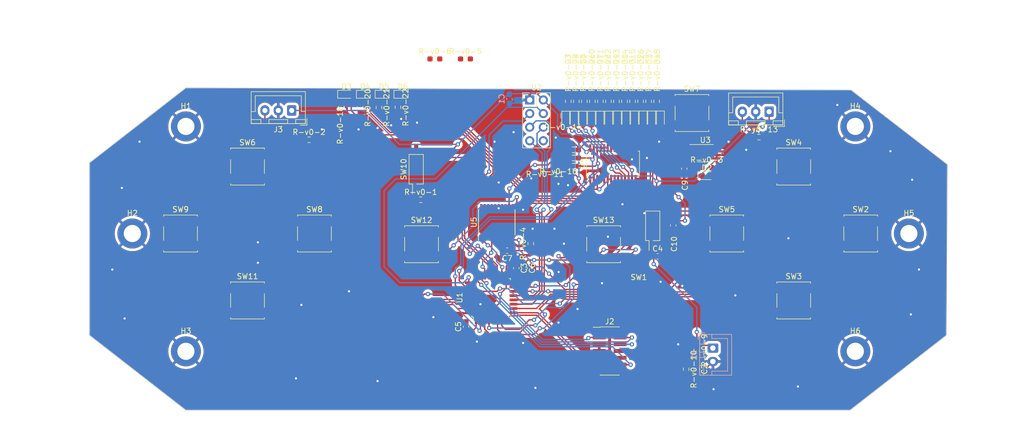
<source format=kicad_pcb>
(kicad_pcb (version 20221018) (generator pcbnew)
  (layers (0 "F.Cu" signal) (31 "B.Cu" signal) (34 "B.Paste" user) (35 "F.Paste" user) (36 "B.SilkS" user "B.Silkscreen") (37 "F.SilkS" user "F.Silkscreen") (38 "B.Mask" user) (39 "F.Mask" user) (44 "Edge.Cuts" user))
  (net 0 "")
  (net 1 "POWER-v0-_CHECK-v0-")
  (net 2 "GND-v0-")
  (net 3 "L-v0-i-ion-v0-")
  (net 4 "Net-(U3-BP)-v0-")
  (net 5 "Glob_Alim-v0-")
  (net 6 "Net-(D2-A)-v0-")
  (net 7 "Net-(D3-K)-v0-")
  (net 8 "Net-(D3-A)-v0-")
  (net 9 "Net-(D4-K)-v0-")
  (net 10 "Net-(D4-A)-v0-")
  (net 11 "Net-(D5-K)-v0-")
  (net 12 "Net-(D5-A)-v0-")
  (net 13 "Net-(D6-K)-v0-")
  (net 14 "Net-(D6-A)-v0-")
  (net 15 "Net-(D7-K)-v0-")
  (net 16 "Net-(D7-A)-v0-")
  (net 17 "Net-(D8-K)-v0-")
  (net 18 "Net-(D8-A)-v0-")
  (net 19 "Net-(D9-K)-v0-")
  (net 20 "Net-(D9-A)-v0-")
  (net 21 "Net-(D10-K)-v0-")
  (net 22 "Net-(D10-A)-v0-")
  (net 23 "Net-(D11-K)-v0-")
  (net 24 "Net-(D11-A)-v0-")
  (net 25 "Net-(D12-K)-v0-")
  (net 26 "Net-(D12-A)-v0-")
  (net 27 "Net-(D13-K)-v0-")
  (net 28 "Net-(D13-A)-v0-")
  (net 29 "Net-(D14-K)-v0-")
  (net 30 "Net-(D14-A)-v0-")
  (net 31 "Net-(D15-K)-v0-")
  (net 32 "Net-(D15-A)-v0-")
  (net 33 "Net-(D16-K)-v0-")
  (net 34 "Net-(D16-A)-v0-")
  (net 35 "Net-(D17-K)-v0-")
  (net 36 "Net-(D17-A)-v0-")
  (net 37 "Net-(D18-K)-v0-")
  (net 38 "Net-(D18-A)-v0-")
  (net 41 "SWDIO-v0-")
  (net 42 "SWDCK-v0-")
  (net 46 "R-v0-eset_Buton -v0-")
  (net 47 "USAR-v0-T2_R-v0-X-v0-")
  (net 48 "USAR-v0-T2_TX-v0-")
  (net 49 "NES{slash}SNES_switcher-v0-")
  (net 50 "R-v0-")
  (net 51 "A_Button-v0-")
  (net 52 "B_Button-v0-")
  (net 53 "X_Button-v0-")
  (net 54 "Y_Button-v0-")
  (net 55 "UC_Button-v0-")
  (net 56 "L-v0-C_Button-v0-")
  (net 57 "DIODE_SDA-v0-")
  (net 58 "R-v0-C_Button")
  (net 59 "L-v0-")
  (net 60 "DIODE_CL-v0-K")
  (net 61 "DC_Button-v0-")
  (net 62 "DIODE_OE-v0-")
  (net 63 "ST_Button-v0-")
  (net 64 "SE_Button-v0-")
  (net 65 "Order_Search-v0-")
  (net 66 "R-v0-X{slash}TX")
  (net 67 "Net-(C7-Pad1)-v0-")
  (net 68 "Pin_Clock-v0-")
  (net 69 "Digital_Out_Put-v0-")
  (net 70 "MOSI-v0-")
  (net 71 "GPIO_EX_CL-v0-K")
  (net 74 "GPIO_EX_SER-v0-IAL-v0-_DATA")
  (net 75 "Net-(U3-IN)-v0-")
  (net 76 "CSN_nR-v0-F24")
  (footprint "Package_SO:SSOP-20_4.4x6.5mm_P0.65mm" (layer "F.Cu") (at 76.575 25.599997 90)
    (fp_text reference "U5")
    (fp_text value "PCF8574TS")
  )
  (footprint "MountingHole:MountingHole_3.2mm_M3_DIN965_Pad" (layer "F.Cu") (at 143.5 49.699997)
    (fp_text reference "H6")
    (fp_text value "MountingHole_Pad")
  )
  (footprint "Connector_PinHeader_1.27mm:PinHeader_2x07_P1.27mm_Vertical_SMD" (layer "F.Cu") (at 97.625 49.639997)
    (fp_text reference "J2")
    (fp_text value "Conn_02x07_Odd_Even")
  )
  (footprint "MountingHole:MountingHole_3.2mm_M3_DIN965_Pad" (layer "F.Cu") (at 153.5 27.699997)
    (fp_text reference "H5")
    (fp_text value "MountingHole_Pad")
  )
  (footprint "L-v0-ED_SMD:L-v0-ED_0603_1608Metric_Pad1.05x0.95mm_HandSolder" (layer "F.Cu") (at 48.5 1.699997)
    (fp_text reference "D3")
    (fp_text value "G1")
  )
  (footprint "R-v0-esistor_SMD:R-v0-_0603_1608Metric_Pad0.98x0.95mm_HandSolder" (layer "F.Cu") (at 100.4 3.012497 90)
    (fp_text reference "R-v0-30")
    (fp_text value "1K")
  )
  (footprint "R-v0-esistor_SMD:R-v0-_0603_1608Metric_Pad0.98x0.95mm_HandSolder" (layer "F.Cu") (at 82.9 29.587497 90)
    (fp_text reference "R-v0-4")
    (fp_text value "10k")
  )
  (footprint "Package_SO:MSOP-8_3x3mm_P0.65mm" (layer "F.Cu") (at 115.5 12.699997)
    (fp_text reference "U3")
    (fp_text value "MIC5219-3.3YMM")
  )
  (footprint "Capacitor_SMD:C_0603_1608Metric_Pad1.08x0.95mm_HandSolder" (layer "F.Cu") (at 111.55 15.599997 -90)
    (fp_text reference "C9")
    (fp_text value "470p")
  )
  (footprint "R-v0-esistor_SMD:R-v0-_0603_1608Metric_Pad0.98x0.95mm_HandSolder" (layer "F.Cu") (at 58.1 4.124997 -90)
    (fp_text reference "R-v0-22")
    (fp_text value "1K")
  )
  (footprint "L-v0-ED_SMD:L-v0-ED_0603_1608Metric_Pad1.05x0.95mm_HandSolder" (layer "F.Cu") (at 94.225 6.524997 -90)
    (fp_text reference "D10")
    (fp_text value "G8")
  )
  (footprint "R-v0-esistor_SMD:R-v0-_0603_1608Metric_Pad0.98x0.95mm_HandSolder" (layer "F.Cu") (at 54.55 4.174997 -90)
    (fp_text reference "R-v0-21")
    (fp_text value "1K")
  )
  (footprint "L-v0-ED_SMD:L-v0-ED_0603_1608Metric_Pad1.05x0.95mm_HandSolder" (layer "F.Cu") (at 95.825 6.524997 -90)
    (fp_text reference "D11")
    (fp_text value "O1")
  )
  (footprint "R-v0-esistor_SMD:R-v0-_0603_1608Metric_Pad0.98x0.95mm_HandSolder" (layer "F.Cu") (at 41.5 10.199997)
    (fp_text reference "R-v0-2")
    (fp_text value "1K")
  )
  (footprint "R-v0-esistor_SMD:R-v0-_0603_1608Metric_Pad0.98x0.95mm_HandSolder" (layer "F.Cu") (at 97.4 3.012497 90)
    (fp_text reference "R-v0-28")
    (fp_text value "1K")
  )
  (footprint "L-v0-ED_SMD:L-v0-ED_0603_1608Metric_Pad1.05x0.95mm_HandSolder" (layer "F.Cu") (at 91.025 6.524997 -90)
    (fp_text reference "D8")
    (fp_text value "G6")
  )
  (footprint "R-v0-esistor_SMD:R-v0-_0603_1608Metric_Pad0.98x0.95mm_HandSolder" (layer "F.Cu") (at 95.9 3.012497 90)
    (fp_text reference "R-v0-27")
    (fp_text value "1K")
  )
  (footprint "R-v0-esistor_SMD:R-v0-_0603_1608Metric_Pad0.98x0.95mm_HandSolder" (layer "F.Cu") (at 111.9 53.037497 -90)
    (fp_text reference "R-v0-10")
    (fp_text value "1M")
  )
  (footprint "Button_Switch_SMD:SW_SPST_B3S-1000" (layer "F.Cu") (at 30 15.199997)
    (fp_text reference "SW6")
    (fp_text value "SW_Push")
  )
  (footprint "Button_Switch_SMD:SW_SPST_B3S-1000" (layer "F.Cu") (at 42.5 27.699997)
    (fp_text reference "SW8")
    (fp_text value "SW_Push")
  )
  (footprint "R-v0-esistor_SMD:R-v0-_0603_1608Metric_Pad0.98x0.95mm_HandSolder" (layer "F.Cu") (at 62.35 21.399997)
    (fp_text reference "R-v0-1")
    (fp_text value "1K")
  )
  (footprint "MountingHole:MountingHole_3.2mm_M3_DIN965_Pad" (layer "F.Cu") (at 18.5 49.699997)
    (fp_text reference "H3")
    (fp_text value "MountingHole_Pad")
  )
  (footprint "R-v0-esistor_SMD:R-v0-_0603_1608Metric_Pad0.98x0.95mm_HandSolder" (layer "F.Cu") (at 90.868 12.073997 180)
    (fp_text reference "R-v0-16")
    (fp_text value "10K")
  )
  (footprint "R-v0-esistor_SMD:R-v0-_0603_1608Metric_Pad0.98x0.95mm_HandSolder" (layer "F.Cu") (at 94.4 3.012497 90)
    (fp_text reference "R-v0-26")
    (fp_text value "1K")
  )
  (footprint "Capacitor_SMD:C_0603_1608Metric_Pad1.08x0.95mm_HandSolder" (layer "F.Cu") (at 106.595 31.969997)
    (fp_text reference "C4")
    (fp_text value "1u")
  )
  (footprint "Button_Switch_SMD:SW_SPST_B3S-1000" (layer "F.Cu") (at 96.5 29.699997)
    (fp_text reference "SW13")
    (fp_text value "SW_Push")
  )
  (footprint "Button_Switch_SMD:SW_SPST_B3S-1000" (layer "F.Cu") (at 30 40.199997)
    (fp_text reference "SW11")
    (fp_text value "SW_Push")
  )
  (footprint "Button_Switch_SMD:SW_SPST_B3S-1000" (layer "F.Cu") (at 144.5 27.699997)
    (fp_text reference "SW2")
    (fp_text value "SW_Push")
  )
  (footprint "R-v0-esistor_SMD:R-v0-_0603_1608Metric_Pad0.98x0.95mm_HandSolder" (layer "F.Cu") (at 91.4 3.012497 90)
    (fp_text reference "R-v0-24")
    (fp_text value "1K")
  )
  (footprint "Capacitor_SMD:C_0603_1608Metric_Pad1.08x0.95mm_HandSolder" (layer "F.Cu") (at 113.9 53.037497 -90)
    (fp_text reference "C2")
    (fp_text value "1nF")
  )
  (footprint "Button_Switch_SMD:SW_SPST_B3S-1000" (layer "F.Cu") (at 17.5 27.699997)
    (fp_text reference "SW9")
    (fp_text value "SW_Push")
  )
  (footprint "L-v0-ED_SMD:L-v0-ED_0603_1608Metric_Pad1.05x0.95mm_HandSolder" (layer "F.Cu") (at 52 1.699997)
    (fp_text reference "D4")
    (fp_text value "G2")
  )
  (footprint "Capacitor_SMD:C_0603_1608Metric_Pad1.08x0.95mm_HandSolder" (layer "F.Cu") (at 78.5 30.899997 180)
    (fp_text reference "C7")
    (fp_text value "100µF")
  )
  (footprint "R-v0-esistor_SMD:R-v0-_0603_1608Metric_Pad0.98x0.95mm_HandSolder" (layer "F.Cu") (at 113.9 49.499997 -90)
    (fp_text reference "R-v0-9")
    (fp_text value "1M")
  )
  (footprint "Button_Switch_SMD:SW_SPST_B3S-1000" (layer "F.Cu") (at 62.5 29.699997)
    (fp_text reference "SW12")
    (fp_text value "SW_Push")
  )
  (footprint "L-v0-ED_SMD:L-v0-ED_0603_1608Metric_Pad1.05x0.95mm_HandSolder" (layer "F.Cu") (at 97.45 6.512497 -90)
    (fp_text reference "D12")
    (fp_text value "O2")
  )
  (footprint "Capacitor_SMD:C_0603_1608Metric_Pad1.08x0.95mm_HandSolder" (layer "F.Cu") (at 70.802 45.093997 90)
    (fp_text reference "C5")
    (fp_text value "100n")
  )
  (footprint "L-v0-ED_SMD:L-v0-ED_0603_1608Metric_Pad1.05x0.95mm_HandSolder" (layer "F.Cu") (at 55.5 1.699997)
    (fp_text reference "D5")
    (fp_text value "G3")
  )
  (footprint "Package_QFP:L-v0-QFP-32_7x7mm_P0.8mm" (layer "F.Cu") (at 75.5 39.699997 90)
    (fp_text reference "U1")
    (fp_text value "STM32L-v0-412KBTx")
  )
  (footprint "R-v0-esistor_SMD:R-v0-_0603_1608Metric_Pad0.98x0.95mm_HandSolder" (layer "F.Cu") (at 51.025 4.199997 -90)
    (fp_text reference "R-v0-20")
    (fp_text value "1K")
  )
  (footprint "L-v0-ED_SMD:L-v0-ED_0603_1608Metric_Pad1.05x0.95mm_HandSolder" (layer "F.Cu") (at 89.425 6.524997 -90)
    (fp_text reference "D7")
    (fp_text value "G5")
  )
  (footprint "R-v0-esistor_SMD:R-v0-_0603_1608Metric_Pad0.98x0.95mm_HandSolder" (layer "F.Cu") (at 64.9875 -4.900003)
    (fp_text reference "R-v0-6")
    (fp_text value "1K")
  )
  (footprint "Connector_JST:JST_XH_B3B-XH-A_1x03_P2.50mm_Vertical" (layer "F.Cu") (at 127.404 4.961997 180)
    (fp_text reference "J4")
    (fp_text value "Conn_01x03")
  )
  (footprint "Capacitor_SMD:C_0603_1608Metric_Pad1.08x0.95mm_HandSolder" (layer "F.Cu") (at 80.2 34.171997 -90)
    (fp_text reference "C3")
    (fp_text value "100n")
  )
  (footprint "R-v0-esistor_SMD:R-v0-_0603_1608Metric_Pad0.98x0.95mm_HandSolder" (layer "F.Cu") (at 106.4 3.012497 90)
    (fp_text reference "R-v0-34")
    (fp_text value "1K")
  )
  (footprint "R-v0-esistor_SMD:R-v0-_0603_1608Metric_Pad0.98x0.95mm_HandSolder" (layer "F.Cu") (at 70.7 -4.900003)
    (fp_text reference "R-v0-5")
    (fp_text value "1K")
  )
  (footprint "L-v0-ED_SMD:L-v0-ED_0603_1608Metric_Pad1.05x0.95mm_HandSolder" (layer "F.Cu") (at 59 1.699997)
    (fp_text reference "D6")
    (fp_text value "G4")
  )
  (footprint "Button_Switch_SMD:SW_SPST_B3S-1000" (layer "F.Cu") (at 113 5.199997)
    (fp_text reference "SW7")
    (fp_text value "SW_SPST")
  )
  (footprint "R-v0-esistor_SMD:R-v0-_0603_1608Metric_Pad0.98x0.95mm_HandSolder" (layer "F.Cu") (at 92.9 3.012497 90)
    (fp_text reference "R-v0-25")
    (fp_text value "1K")
  )
  (footprint "Connector_PinHeader_2.54mm:PinHeader_2x04_P2.54mm_Vertical" (layer "F.Cu") (at 82.7 2.759997)
    (fp_text reference "U2")
    (fp_text value "nR-v0-F24_Full")
  )
  (footprint "L-v0-ED_SMD:L-v0-ED_0603_1608Metric_Pad1.05x0.95mm_HandSolder" (layer "F.Cu") (at 102.275 6.499997 -90)
    (fp_text reference "D15")
    (fp_text value "R-v0-1")
  )
  (footprint "L-v0-ED_SMD:L-v0-ED_0603_1608Metric_Pad1.05x0.95mm_HandSolder" (layer "F.Cu") (at 115.76 16.899997)
    (fp_text reference "D2")
    (fp_text value "L-v0-ED_Small")
  )
  (footprint "R-v0-esistor_SMD:R-v0-_0603_1608Metric_Pad0.98x0.95mm_HandSolder" (layer "F.Cu") (at 90.868 15.121997)
    (fp_text reference "R-v0-14")
    (fp_text value "10K")
  )
  (footprint "Button_Switch_SMD:SW_SPST_B3S-1000" (layer "F.Cu") (at 132 40.199997)
    (fp_text reference "SW3")
    (fp_text value "SW_Push")
  )
  (footprint "L-v0-ED_SMD:L-v0-ED_0603_1608Metric_Pad1.05x0.95mm_HandSolder" (layer "F.Cu") (at 99.075 6.499997 -90)
    (fp_text reference "D13")
    (fp_text value "O3")
  )
  (footprint "R-v0-esistor_SMD:R-v0-_0603_1608Metric_Pad0.98x0.95mm_HandSolder" (layer "F.Cu") (at 125.5 9.699997)
    (fp_text reference "R-v0-13")
    (fp_text value "1K")
  )
  (footprint "R-v0-esistor_SMD:R-v0-_0603_1608Metric_Pad0.98x0.95mm_HandSolder" (layer "F.Cu") (at 98.9 3.012497 90)
    (fp_text reference "R-v0-29")
    (fp_text value "1K")
  )
  (footprint "R-v0-esistor_SMD:R-v0-_0603_1608Metric_Pad0.98x0.95mm_HandSolder" (layer "F.Cu") (at 115.76 15.375997)
    (fp_text reference "R-v0-3")
    (fp_text value "1K")
  )
  (footprint "Package_SO:TSSOP-28_4.4x9.7mm_P0.65mm" (layer "F.Cu") (at 98.234 14.613997 90)
    (fp_text reference "U4")
    (fp_text value "PCA9685PW")
  )
  (footprint "R-v0-esistor_SMD:R-v0-_0603_1608Metric_Pad0.98x0.95mm_HandSolder" (layer "F.Cu") (at 47.525 4.174997 -90)
    (fp_text reference "R-v0-18")
    (fp_text value "1K")
  )
  (footprint "MountingHole:MountingHole_3.2mm_M3_DIN965_Pad" (layer "F.Cu") (at 18.5 7.699997)
    (fp_text reference "H1")
    (fp_text value "MountingHole_Pad")
  )
  (footprint "MountingHole:MountingHole_3.2mm_M3_DIN965_Pad" (layer "F.Cu") (at 8.5 27.699997)
    (fp_text reference "H2")
    (fp_text value "MountingHole_Pad")
  )
  (footprint "R-v0-esistor_SMD:R-v0-_0603_1608Metric_Pad0.98x0.95mm_HandSolder" (layer "F.Cu") (at 90.868 13.597997 180)
    (fp_text reference "R-v0-11")
    (fp_text value "10K")
  )
  (footprint "R-v0-esistor_SMD:R-v0-_0603_1608Metric_Pad0.98x0.95mm_HandSolder" (layer "F.Cu") (at 103.4 3.012497 90)
    (fp_text reference "R-v0-32")
    (fp_text value "1K")
  )
  (footprint "R-v0-esistor_SMD:R-v0-_0603_1608Metric_Pad0.98x0.95mm_HandSolder" (layer "F.Cu") (at 89.9 3.012497 90)
    (fp_text reference "R-v0-23")
    (fp_text value "1K")
  )
  (footprint "Button_Switch_SMD:SW_SPST_B3S-1000" (layer "F.Cu") (at 119.5 27.699997)
    (fp_text reference "SW5")
    (fp_text value "SW_Push")
  )
  (footprint "Button_Switch_SMD:SW_SPST_B3S-1000" (layer "F.Cu") (at 132 15.199997)
    (fp_text reference "SW4")
    (fp_text value "SW_Push")
  )
  (footprint "Button_Switch_SMD:SW_DIP_SPSTx01_Slide_Copal_CHS-01B_W7.62mm_P1.27mm" (layer "F.Cu") (at 61.5 15.699997 90)
    (fp_text reference "SW10")
    (fp_text value "SW_DIP_x01")
  )
  (footprint "Button_Switch_SMD:SW_DIP_SPSTx01_Slide_Copal_CHS-01B_W7.62mm_P1.27mm" (layer "F.Cu") (at 105.67 26.269997 90)
    (fp_text reference "SW1")
    (fp_text value "SW_DIP_x01")
  )
  (footprint "Connector_JST:JST_XH_B3B-XH-A_1x03_P2.50mm_Vertical" (layer "F.Cu") (at 38.25 4.724997 180)
    (fp_text reference "J3")
    (fp_text value "Conn_01x03")
  )
  (footprint "R-v0-esistor_SMD:R-v0-_0603_1608Metric_Pad0.98x0.95mm_HandSolder" (layer "F.Cu") (at 101.9 3.012497 90)
    (fp_text reference "R-v0-31")
    (fp_text value "1K")
  )
  (footprint "Capacitor_SMD:C_0603_1608Metric_Pad1.08x0.95mm_HandSolder" (layer "F.Cu") (at 109.495 26.182497 -90)
    (fp_text reference "C10")
    (fp_text value "100nF")
  )
  (footprint "R-v0-esistor_SMD:R-v0-_0603_1608Metric_Pad0.98x0.95mm_HandSolder" (layer "F.Cu") (at 104.9 3.012497 90)
    (fp_text reference "R-v0-33")
    (fp_text value "1K")
  )
  (footprint "MountingHole:MountingHole_3.2mm_M3_DIN965_Pad" (layer "F.Cu") (at 143.5 7.699997)
    (fp_text reference "H4")
    (fp_text value "MountingHole_Pad")
  )
  (footprint "L-v0-ED_SMD:L-v0-ED_0603_1608Metric_Pad1.05x0.95mm_HandSolder" (layer "F.Cu") (at 107.1 6.499997 -90)
    (fp_text reference "D18")
    (fp_text value "R-v0-4")
  )
  (footprint "L-v0-ED_SMD:L-v0-ED_0603_1608Metric_Pad1.05x0.95mm_HandSolder" (layer "F.Cu") (at 100.675 6.499997 -90)
    (fp_text reference "D14")
    (fp_text value "O4")
  )
  (footprint "Capacitor_SMD:C_0603_1608Metric_Pad1.08x0.95mm_HandSolder" (layer "F.Cu") (at 81.724 34.171997 -90)
    (fp_text reference "C6")
    (fp_text value "10u")
  )
  (footprint "L-v0-ED_SMD:L-v0-ED_0603_1608Metric_Pad1.05x0.95mm_HandSolder" (layer "F.Cu") (at 92.625 6.524997 -90)
    (fp_text reference "D9")
    (fp_text value "G7")
  )
  (footprint "L-v0-ED_SMD:L-v0-ED_0603_1608Metric_Pad1.05x0.95mm_HandSolder" (layer "F.Cu") (at 105.475 6.499997 -90)
    (fp_text reference "D17")
    (fp_text value "R-v0-3")
  )
  (footprint "L-v0-ED_SMD:L-v0-ED_0603_1608Metric_Pad1.05x0.95mm_HandSolder" (layer "F.Cu") (at 103.875 6.499997 -90)
    (fp_text reference "D16")
    (fp_text value "R-v0-2")
  )
  (footprint "Connector_JST:JST_XH_B2B-XH-A_1x02_P2.50mm_Vertical" (layer "B.Cu") (at 116.9 49.099997 -90)
    (fp_text reference "J1")
    (fp_text value "Conn_01x02")
  )
  (footprint "Capacitor_SMD:C_0603_1608Metric_Pad1.08x0.95mm_HandSolder" (layer "B.Cu") (at 78.9 2.562497 -90)
    (fp_text reference "C1")
    (fp_text value "100uF")
  )
  (gr_line (start 18.5 60.699997) (end 0.5 46.699997) (stroke (width 0.1)) (layer "Edge.Cuts"))
  (gr_line (start 142.5 60.699997) (end 18.5 60.699997) (stroke (width 0.1)) (layer "Edge.Cuts"))
  (gr_line (start 160.5 46.699997) (end 142.5 60.699997) (stroke (width 0.1)) (layer "Edge.Cuts"))
  (gr_line (start 142.7 0.899997) (end 160.7 14.799997) (stroke (width 0.1)) (layer "Edge.Cuts"))
  (gr_line (start 160.7 14.799997) (end 160.5 46.699997) (stroke (width 0.1)) (layer "Edge.Cuts"))
  (gr_line (start 0.5 46.699997) (end 0.5 14.499997) (stroke (width 0.1)) (layer "Edge.Cuts"))
  (gr_line (start 0.5 14.499997) (end 18.5 0.499997) (stroke (width 0.1)) (layer "Edge.Cuts"))
  (gr_line (start 18.5 0.499997) (end 142.7 0.899997) (stroke (width 0.1)) (layer "Edge.Cuts"))
  (segment (start 111.9 52.124997) (end 111.9 52.337497) (width 0.25) (layer "F.Cu") (net 1))
  (segment (start 113.85 52.124997) (end 113.9 52.174997) (width 0.25) (layer "F.Cu") (net 1))
  (segment (start 111.95 52.174997) (end 111.9 52.124997) (width 0.25) (layer "F.Cu") (net 1))
  (segment (start 103.4435 39.955997) (end 89.148 39.955997) (width 0.25) (layer "F.Cu") (net 1))
  (segment (start 113.9 50.412497) (end 113.9 52.174997) (width 0.25) (layer "F.Cu") (net 1))
  (segment (start 113.9 52.174997) (end 111.95 52.174997) (width 0.25) (layer "F.Cu") (net 1))
  (segment (start 89.148 39.955997) (end 88.328 40.775997) (width 0.25) (layer "F.Cu") (net 1))
  (segment (start 113.9 50.412497) (end 103.4435 39.955997) (width 0.25) (layer "F.Cu") (net 1))
  (segment (start 71.325 38.499997) (end 76.625402 38.499997) (width 0.25) (layer "F.Cu") (net 1))
  (segment (start 76.625402 38.499997) (end 77.147701 37.977698) (width 0.25) (layer "F.Cu") (net 1))
  (via (at 77.147701 37.977698) (size 0.8) (drill 0.4) (layers "F.Cu" "B.Cu") (net 1))
  (via (at 88.328 40.775997) (size 0.8) (drill 0.4) (layers "F.Cu" "B.Cu") (net 1))
  (segment (start 88.328 40.775997) (end 81.47 40.775997) (width 0.25) (layer "B.Cu") (net 1))
  (segment (start 78.671701 37.977698) (end 77.147701 37.977698) (width 0.25) (layer "B.Cu") (net 1))
  (segment (start 81.47 40.775997) (end 78.671701 37.977698) (width 0.25) (layer "B.Cu") (net 1))
  (segment (start 96.609 13.190997) (end 96.609 11.751497) (width 0.25) (layer "F.Cu") (net 2))
  (segment (start 95.694 15.883997) (end 95.959 16.148997) (width 0.25) (layer "F.Cu") (net 2))
  (segment (start 95.959 11.751497) (end 95.959 13.354997) (width 0.25) (layer "F.Cu") (net 2))
  (segment (start 79.875 36.699997) (end 79.675 36.899997) (width 0.25) (layer "F.Cu") (net 2))
  (segment (start 81.9 35.260497) (end 81.9 36.699997) (width 0.25) (layer "F.Cu") (net 2))
  (segment (start 54.55 5.087497) (end 54.55 5.219997) (width 0.25) (layer "F.Cu") (net 2))
  (segment (start 96.202 13.597997) (end 96.609 13.190997) (width 0.25) (layer "F.Cu") (net 2))
  (segment (start 102.459 18.838997) (end 102.552 18.931997) (width 0.25) (layer "F.Cu") (net 2))
  (segment (start 113.85 53.949997) (end 113.9 53.899997) (width 0.25) (layer "F.Cu") (net 2))
  (segment (start 81.9 36.699997) (end 79.875 36.699997) (width 0.25) (layer "F.Cu") (net 2))
  (segment (start 114.6 53.899997) (end 116.9 51.599997) (width 0.25) (layer "F.Cu") (net 2))
  (segment (start 94.678 15.883997) (end 95.694 15.883997) (width 0.25) (layer "F.Cu") (net 2))
  (segment (start 81.724 35.084497) (end 81.9 35.260497) (width 0.25) (layer "F.Cu") (net 2))
  (segment (start 94.659 17.476497) (end 94.659 15.902997) (width 0.25) (layer "F.Cu") (net 2))
  (segment (start 95.959 16.148997) (end 95.959 17.476497) (width 0.25) (layer "F.Cu") (net 2))
  (segment (start 102.459 17.476497) (end 102.459 18.838997) (width 0.25) (layer "F.Cu") (net 2))
  (segment (start 94.659 15.902997) (end 94.678 15.883997) (width 0.25) (layer "F.Cu") (net 2))
  (segment (start 113.9 53.899997) (end 114.6 53.899997) (width 0.25) (layer "F.Cu") (net 2))
  (segment (start 111.9 53.949997) (end 113.85 53.949997) (width 0.25) (layer "F.Cu") (net 2))
  (segment (start 95.959 13.354997) (end 96.202 13.597997) (width 0.25) (layer "F.Cu") (net 2))
  (segment (start 54.55 5.219997) (end 56.832 7.501997) (width 0.25) (layer "F.Cu") (net 2))
  (via (at 82.994 17.407997) (size 0.8) (drill 0.4) (layers "F.Cu" "B.Cu") (net 2))
  (via (at 154.114 17.661997) (size 0.8) (drill 0.4) (layers "F.Cu" "B.Cu") (net 2))
  (via (at 77.7 32.499997) (size 0.8) (drill 0.4) (layers "F.Cu" "B.Cu") (net 2))
  (via (at 43.878 8.263997) (size 0.8) (drill 0.4) (layers "F.Cu" "B.Cu") (net 2))
  (via (at 104.584 13.597997) (size 0.8) (drill 0.4) (layers "F.Cu" "B.Cu") (net 2))
  (via (at 31.94 29.345997) (size 0.8) (drill 0.4) (layers "F.Cu" "B.Cu") (net 2))
  (via (at 87.566 9.787997) (size 0.8) (drill 0.4) (layers "F.Cu" "B.Cu") (net 2))
  (via (at 4.762 34.425997) (size 0.8) (drill 0.4) (layers "F.Cu" "B.Cu") (net 2))
  (via (at 6.54 19.185997) (size 0.8) (drill 0.4) (layers "F.Cu" "B.Cu") (net 2))
  (via (at 76.136 10.549997) (size 0.8) (drill 0.4) (layers "F.Cu" "B.Cu") (net 2))
  (via (at 64.706 43.315997) (size 0.8) (drill 0.4) (layers "F.Cu" "B.Cu") (net 2))
  (via (at 91.63 41.791997) (size 0.8) (drill 0.4) (layers "F.Cu" "B.Cu") (net 2))
  (via (at 40.068 41.029997) (size 0.8) (drill 0.4) (layers "F.Cu" "B.Cu") (net 2))
  (via (at 119.824 10.549997) (size 0.8) (drill 0.4) (layers "F.Cu" "B.Cu") (net 2))
  (via (at 83.248 26.805997) (size 0.8) (drill 0.4) (layers "F.Cu" "B.Cu") (net 2))
  (via (at 87.312 26.805997) (size 0.8) (drill 0.4) (layers "F.Cu" "B.Cu") (net 2))
  (via (at 155.384 34.425997) (size 0.8) (drill 0.4) (layers "F.Cu" "B.Cu") (net 2))
  (via (at 89.852 18.677997) (size 0.8) (drill 0.4) (layers "F.Cu" "B.Cu") (net 2))
  (via (at 121.094 39.251997) (size 0.8) (drill 0.4) (layers "F.Cu" "B.Cu") (net 2))
  (via (at 61.658 6.993997) (size 0.8) (drill 0.4) (layers "F.Cu" "B.Cu") (net 2))
  (via (at 76.898 18.169997) (size 0.8) (drill 0.4) (layers "F.Cu" "B.Cu") (net 2))
  (via (at 73.5 40.899997) (size 0.8) (drill 0.4) (layers "F.Cu" "B.Cu") (net 2))
  (via (at 131 28.583997) (size 0.8) (drill 0.4) (layers "F.Cu" "B.Cu") (net 2))
  (via (at 88.1 34.899997) (size 0.8) (drill 0.4) (layers "F.Cu" "B.Cu") (net 2))
  (via (at 39.052 54.745997) (size 0.8) (drill 0.4) (layers "F.Cu" "B.Cu") (net 2))
  (via (at 106.87 10.549997) (size 0.8) (drill 0.4) (layers "F.Cu" "B.Cu") (net 2))
  (via (at 54.292 55.253997) (size 0.8) (drill 0.4) (layers "F.Cu" "B.Cu") (net 2))
  (via (at 83.756 56.523997) (size 0.8) (drill 0.4) (layers "F.Cu" "B.Cu") (net 2))
  (via (at 9.842 10.549997) (size 0.8) (drill 0.4) (layers "F.Cu" "B.Cu") (net 2))
  (via (at 107.124 36.711997) (size 0.8) (drill 0.4) (layers "F.Cu" "B.Cu") (net 2))
  (via (at 80.454 31.631997) (size 0.8) (drill 0.4) (layers "F.Cu" "B.Cu") (net 2))
  (via (at 96.202 36.965997) (size 0.8) (drill 0.4) (layers "F.Cu" "B.Cu") (net 2))
  (via (at 83.1 34.099997) (size 0.8) (drill 0.4) (layers "F.Cu" "B.Cu") (net 2))
  (via (at 97.3 28.299997) (size 0.8) (drill 0.4) (layers "F.Cu" "B.Cu") (net 2))
  (via (at 54.292 8.009997) (size 0.8) (drill 0.4) (layers "F.Cu" "B.Cu") (net 2))
  (via (at 104.1 23.899997) (size 0.8) (drill 0.4) (layers "F.Cu" "B.Cu") (net 2))
  (via (at 76.898 22.995997) (size 0.8) (drill 0.4) (layers "F.Cu" "B.Cu") (net 2))
  (via (at 140.144 3.691997) (size 0.8) (drill 0.4) (layers "F.Cu" "B.Cu") (net 2))
  (via (at 111.188 37.473997) (size 0.8) (drill 0.4) (layers "F.Cu" "B.Cu") (net 2))
  (via (at 101.79 13.851997) (size 0.8) (drill 0.4) (layers "F.Cu" "B.Cu") (net 2))
  (via (at 58.7 6.299997) (size 0.8) (drill 0.4) (layers "F.Cu" "B.Cu") (net 2))
  (via (at 153.86 42.807997) (size 0.8) (drill 0.4) (layers "F.Cu" "B.Cu") (net 2))
  (via (at 50.736 8.263997) (size 0.8) (drill 0.4) (layers "F.Cu" "B.Cu") (net 2))
  (via (at 88.074 44.331997) (size 0.8) (drill 0.4) (layers "F.Cu" "B.Cu") (net 2))
  (via (at 123.126 12.073997) (size 0.8) (drill 0.4) (layers "F.Cu" "B.Cu") (net 2))
  (via (at 81.47 48.141997) (size 0.8) (drill 0.4) (layers "F.Cu" "B.Cu") (net 2))
  (via (at 150.05 12.327997) (size 0.8) (drill 0.4) (layers "F.Cu" "B.Cu") (net 2))
  (via (at 89.09 29.599997) (size 0.8) (drill 0.4) (layers "F.Cu" "B.Cu") (net 2))
  (via (at 56.832 7.501997) (size 0.8) (drill 0.4) (layers "F.Cu" "B.Cu") (net 2))
  (via (at 81.47 23.249997) (size 0.8) (drill 0.4) (layers "F.Cu" "B.Cu") (net 2))
  (via (at 110.426 48.395997) (size 0.8) (drill 0.4) (layers "F.Cu" "B.Cu") (net 2))
  (via (at 117.03 56.777997) (size 0.8) (drill 0.4) (layers "F.Cu" "B.Cu") (net 2))
  (via (at 132.778 56.269997) (size 0.8) (drill 0.4) (layers "F.Cu" "B.Cu") (net 2))
  (via (at 7.048 43.569997) (size 0.8) (drill 0.4) (layers "F.Cu" "B.Cu") (net 2))
  (via (at 100.012 22.233997) (size 0.8) (drill 0.4) (layers "F.Cu" "B.Cu") (net 2))
  (via (at 88.074 18.423997) (size 0.8) (drill 0.4) (layers "F.Cu" "B.Cu") (net 2))
  (via (at 48.958 38.489997) (size 0.8) (drill 0.4) (layers "F.Cu" "B.Cu") (net 2))
  (via (at 72.834 47.887997) (size 0.8) (drill 0.4) (layers "F.Cu" "B.Cu") (net 2))
  (via (at 79.692 8.771997) (size 0.8) (drill 0.4) (layers "F.Cu" "B.Cu") (net 2))
  (via (at 31.94 33.155997) (size 0.8) (drill 0.4) (layers "F.Cu" "B.Cu") (net 2))
  (segment (start 78.9 3.424997) (end 79.565 2.759997) (width 0.25) (layer "B.Cu") (net 2))
  (segment (start 79.565 2.759997) (end 82.7 2.759997) (width 0.25) (layer "B.Cu") (net 2))
  (segment (start 113.9 48.587497) (end 116.3875 48.587497) (width 0.25) (layer "F.Cu") (net 3))
  (segment (start 105.67 31.907497) (end 105.7325 31.969997) (width 0.25) (layer "F.Cu") (net 3))
  (segment (start 113.9 46.099997) (end 113.9 48.587497) (width 0.25) (layer "F.Cu") (net 3))
  (segment (start 105.854 33.409997) (end 105.854 32.091497) (width 0.25) (layer "F.Cu") (net 3))
  (segment (start 116.3875 48.587497) (end 116.9 49.099997) (width 0.25) (layer "F.Cu") (net 3))
  (segment (start 105.67 30.079997) (end 105.67 31.907497) (width 0.25) (layer "F.Cu") (net 3))
  (segment (start 105.854 32.091497) (end 105.7325 31.969997) (width 0.25) (layer "F.Cu") (net 3))
  (via (at 105.854 33.409997) (size 0.8) (drill 0.4) (layers "F.Cu" "B.Cu") (net 3))
  (via (at 113.9 46.099997) (size 0.8) (drill 0.4) (layers "F.Cu" "B.Cu") (net 3))
  (segment (start 113.9 41.455997) (end 113.9 46.099997) (width 0.25) (layer "B.Cu") (net 3))
  (segment (start 108.902 36.457997) (end 105.854 33.409997) (width 0.25) (layer "B.Cu") (net 3))
  (segment (start 108.902 36.457997) (end 113.9 41.455997) (width 0.25) (layer "B.Cu") (net 3))
  (segment (start 111.55 14.737497) (end 111.55 14.251997) (width 0.25) (layer "F.Cu") (net 4))
  (segment (start 112.127 13.674997) (end 113.3875 13.674997) (width 0.25) (layer "F.Cu") (net 4))
  (segment (start 111.55 14.251997) (end 112.127 13.674997) (width 0.25) (layer "F.Cu") (net 4))
  (segment (start 70.802 46.006497) (end 71.9215 46.006497) (width 0.25) (layer "F.Cu") (net 5))
  (segment (start 95.675 47.099997) (end 93.7835 47.099997) (width 0.25) (layer "F.Cu") (net 5))
  (segment (start 114.8475 15.375997) (end 114.8475 13.721456) (width 0.25) (layer "F.Cu") (net 5))
  (segment (start 80.2 33.259497) (end 81.724 33.259497) (width 0.25) (layer "F.Cu") (net 5))
  (segment (start 77.152 40.567393) (end 75.165396 42.553997) (width 0.25) (layer "F.Cu") (net 5))
  (segment (start 94.009 17.476497) (end 94.009 19.346997) (width 0.25) (layer "F.Cu") (net 5))
  (segment (start 89.9555 15.121997) (end 89.9555 15.479497) (width 0.25) (layer "F.Cu") (net 5))
  (segment (start 95.186 19.439997) (end 95.694 19.439997) (width 0.25) (layer "F.Cu") (net 5))
  (segment (start 68.446 11.889997) (end 69.278 11.057997) (width 0.25) (layer "F.Cu") (net 5))
  (segment (start 127.404 6.525997) (end 126.174 7.755997) (width 0.25) (layer "F.Cu") (net 5))
  (segment (start 114.151041 13.024997) (end 113.3875 13.024997) (width 0.25) (layer "F.Cu") (net 5))
  (segment (start 93.154 19.439997) (end 93.916 19.439997) (width 0.25) (layer "F.Cu") (net 5))
  (segment (start 78.3 37.849997) (end 78.3 35.524997) (width 0.25) (layer "F.Cu") (net 5))
  (segment (start 106.3945 20.299997) (end 106.3945 23.565497) (width 0.25) (layer "F.Cu") (net 5))
  (segment (start 76.25 29.512497) (end 77.6375 30.899997) (width 0.25) (layer "F.Cu") (net 5))
  (segment (start 71.9215 46.006497) (end 72.7 45.227997) (width 0.25) (layer "F.Cu") (net 5))
  (segment (start 77.152 38.997997) (end 78.3 37.849997) (width 0.25) (layer "F.Cu") (net 5))
  (segment (start 113.3875 13.024997) (end 113.2625 12.899997) (width 0.25) (layer "F.Cu") (net 5))
  (segment (start 104.678 25.281997) (end 97.218 25.281997) (width 0.25) (layer "F.Cu") (net 5))
  (segment (start 111.68 25.319997) (end 111.7 25.299997) (width 0.25) (layer "F.Cu") (net 5))
  (segment (start 72.7 42.941997) (end 73.088 42.553997) (width 0.25) (layer "F.Cu") (net 5))
  (segment (start 61.5 11.889997) (end 68.446 11.889997) (width 0.25) (layer "F.Cu") (net 5))
  (segment (start 96.609 18.524997) (end 96.609 17.476497) (width 0.25) (layer "F.Cu") (net 5))
  (segment (start 106.3945 16.359497) (end 106.3945 17.915997) (width 0.25) (layer "F.Cu") (net 5))
  (segment (start 93.3 12.460497) (end 94.009 11.751497) (width 0.25) (layer "F.Cu") (net 5))
  (segment (start 77.6375 30.899997) (end 78.8265 32.088997) (width 0.25) (layer "F.Cu") (net 5))
  (segment (start 72.7 45.227997) (end 72.7 43.874997) (width 0.25) (layer "F.Cu") (net 5))
  (segment (start 109.495 25.319997) (end 111.68 25.319997) (width 0.25) (layer "F.Cu") (net 5))
  (segment (start 89.9555 15.479497) (end 91.884 17.407997) (width 0.25) (layer "F.Cu") (net 5))
  (segment (start 127.404 4.961997) (end 127.404 6.525997) (width 0.25) (layer "F.Cu") (net 5))
  (segment (start 110.5 20.899997) (end 109.1 19.499997) (width 0.25) (layer "F.Cu") (net 5))
  (segment (start 76.25 28.499997) (end 76.25 29.512497) (width 0.25) (layer "F.Cu") (net 5))
  (segment (start 91.884 17.407997) (end 91.884 18.169997) (width 0.25) (layer "F.Cu") (net 5))
  (segment (start 109.1 19.499997) (end 106.3945 19.499997) (width 0.25) (layer "F.Cu") (net 5))
  (segment (start 77.152 38.997997) (end 77.152 40.567393) (width 0.25) (layer "F.Cu") (net 5))
  (segment (start 106.3945 19.499997) (end 106.3945 20.299997) (width 0.25) (layer "F.Cu") (net 5))
  (segment (start 94.009 19.346997) (end 93.916 19.439997) (width 0.25) (layer "F.Cu") (net 5))
  (segment (start 82.3355 32.647997) (end 81.724 33.259497) (width 0.25) (layer "F.Cu") (net 5))
  (segment (start 114.8475 13.721456) (end 114.151041 13.024997) (width 0.25) (layer "F.Cu") (net 5))
  (segment (start 93.3 12.499997) (end 93.3 12.460497) (width 0.25) (layer "F.Cu") (net 5))
  (segment (start 113.2625 12.899997) (end 109.854 12.899997) (width 0.25) (layer "F.Cu") (net 5))
  (segment (start 80.2 33.259497) (end 78.8265 33.259497) (width 0.25) (layer "F.Cu") (net 5))
  (segment (start 75.9 43.288601) (end 75.9 43.874997) (width 0.25) (layer "F.Cu") (net 5))
  (segment (start 75.165396 42.553997) (end 75.9 43.288601) (width 0.25) (layer "F.Cu") (net 5))
  (segment (start 89.852 32.647997) (end 86.296 32.647997) (width 0.25) (layer "F.Cu") (net 5))
  (segment (start 78.8265 33.259497) (end 78.3 33.785997) (width 0.25) (layer "F.Cu") (net 5))
  (segment (start 83.502 32.647997) (end 82.3355 32.647997) (width 0.25) (layer "F.Cu") (net 5))
  (segment (start 93.916 19.439997) (end 95.186 19.439997) (width 0.25) (layer "F.Cu") (net 5))
  (segment (start 73.088 42.553997) (end 75.165396 42.553997) (width 0.25) (layer "F.Cu") (net 5))
  (segment (start 78.3 33.785997) (end 78.3 35.524997) (width 0.25) (layer "F.Cu") (net 5))
  (segment (start 97.218 25.281997) (end 89.852 32.647997) (width 0.25) (layer "F.Cu") (net 5))
  (segment (start 89.9555 12.073997) (end 89.9555 13.597997) (width 0.25) (layer "F.Cu") (net 5))
  (segment (start 95.309 19.316997) (end 95.186 19.439997) (width 0.25) (layer "F.Cu") (net 5))
  (segment (start 91.884 18.169997) (end 93.154 19.439997) (width 0.25) (layer "F.Cu") (net 5))
  (segment (start 106.3945 17.915997) (end 106.3945 20.299997) (width 0.25) (layer "F.Cu") (net 5))
  (segment (start 93.7835 47.099997) (end 93.662 47.221497) (width 0.25) (layer "F.Cu") (net 5))
  (segment (start 95.694 19.439997) (end 96.609 18.524997) (width 0.25) (layer "F.Cu") (net 5))
  (segment (start 95.309 17.476497) (end 95.309 19.316997) (width 0.25) (layer "F.Cu") (net 5))
  (segment (start 106.3945 23.565497) (end 104.678 25.281997) (width 0.25) (layer "F.Cu") (net 5))
  (segment (start 78.8265 32.088997) (end 78.8265 33.259497) (width 0.25) (layer "F.Cu") (net 5))
  (segment (start 109.854 12.899997) (end 109.664 13.089997) (width 0.25) (layer "F.Cu") (net 5))
  (segment (start 89.9555 15.121997) (end 89.9555 13.597997) (width 0.25) (layer "F.Cu") (net 5))
  (segment (start 72.7 43.874997) (end 72.7 42.941997) (width 0.25) (layer "F.Cu") (net 5))
  (segment (start 109.664 13.089997) (end 106.3945 16.359497) (width 0.25) (layer "F.Cu") (net 5))
  (via (at 126.174 7.755997) (size 0.8) (drill 0.4) (layers "F.Cu" "B.Cu") (net 5))
  (via (at 111.7 25.299997) (size 0.8) (drill 0.4) (layers "F.Cu" "B.Cu") (net 5))
  (via (at 83.502 32.647997) (size 0.8) (drill 0.4) (layers "F.Cu" "B.Cu") (net 5))
  (via (at 95.694 19.439997) (size 0.8) (drill 0.4) (layers "F.Cu" "B.Cu") (net 5))
  (via (at 77.152 38.997997) (size 0.8) (drill 0.4) (layers "F.Cu" "B.Cu") (net 5))
  (via (at 110.5 20.899997) (size 0.8) (drill 0.4) (layers "F.Cu" "B.Cu") (net 5))
  (via (at 69.278 11.057997) (size 0.8) (drill 0.4) (layers "F.Cu" "B.Cu") (net 5))
  (via (at 91.884 17.407997) (size 0.8) (drill 0.4) (layers "F.Cu" "B.Cu") (net 5))
  (via (at 106.3945 17.915997) (size 0.8) (drill 0.4) (layers "F.Cu" "B.Cu") (net 5))
  (via (at 93.3 12.499997) (size 0.8) (drill 0.4) (layers "F.Cu" "B.Cu") (net 5))
  (via (at 86.296 32.647997) (size 0.8) (drill 0.4) (layers "F.Cu" "B.Cu") (net 5))
  (via (at 93.662 47.221497) (size 0.8) (drill 0.4) (layers "F.Cu" "B.Cu") (net 5))
  (segment (start 123.643305 7.755997) (end 113.483305 17.915997) (width 0.25) (layer "B.Cu") (net 5))
  (segment (start 52.032305 4.724997) (end 58.365305 11.057997) (width 0.25) (layer "B.Cu") (net 5))
  (segment (start 78.751 1.584997) (end 84.065 1.584997) (width 0.25) (layer "B.Cu") (net 5))
  (segment (start 69.278 11.057997) (end 78.751 1.584997) (width 0.25) (layer "B.Cu") (net 5))
  (segment (start 38.25 4.724997) (end 52.032305 4.724997) (width 0.25) (layer "B.Cu") (net 5))
  (segment (start 87.9 8.299997) (end 88.7 9.099997) (width 0.25) (layer "B.Cu") (net 5))
  (segment (start 91.884 10.813302) (end 91.884 17.407997) (width 0.25) (layer "B.Cu") (net 5))
  (segment (start 105.4365 16.957997) (end 98.176 16.957997) (width 0.25) (layer "B.Cu") (net 5))
  (segment (start 85.24 2.759997) (end 87.9 5.419997) (width 0.25) (layer "B.Cu") (net 5))
  (segment (start 88.7 9.099997) (end 90.170695 9.099997) (width 0.25) (layer "B.Cu") (net 5))
  (segment (start 110.5 20.899997) (end 111.7 22.099997) (width 0.25) (layer "B.Cu") (net 5))
  (segment (start 77.274398 39.637598) (end 77.274398 39.120395) (width 0.25) (layer "B.Cu") (net 5))
  (segment (start 113.483305 17.915997) (end 106.3945 17.915997) (width 0.25) (layer "B.Cu") (net 5))
  (segment (start 98.176 16.957997) (end 95.694 19.439997) (width 0.25) (layer "B.Cu") (net 5))
  (segment (start 106.3945 17.915997) (end 105.4365 16.957997) (width 0.25) (layer "B.Cu") (net 5))
  (segment (start 84.816 3.183997) (end 85.24 2.759997) (width 0.25) (layer "B.Cu") (net 5))
  (segment (start 84.065 1.584997) (end 85.24 2.759997) (width 0.25) (layer "B.Cu") (net 5))
  (segment (start 93.3875 47.495997) (end 85.534 47.495997) (width 0.25) (layer "B.Cu") (net 5))
  (segment (start 91.884 11.083997) (end 93.3 12.499997) (width 0.25) (layer "B.Cu") (net 5))
  (segment (start 87.9 5.419997) (end 87.9 8.299997) (width 0.25) (layer "B.Cu") (net 5))
  (segment (start 85.534 47.495997) (end 85.132797 47.495997) (width 0.25) (layer "B.Cu") (net 5))
  (segment (start 85.132797 47.495997) (end 77.274398 39.637598) (width 0.25) (layer "B.Cu") (net 5))
  (segment (start 91.884 10.813302) (end 91.884 11.083997) (width 0.25) (layer "B.Cu") (net 5))
  (segment (start 58.365305 11.057997) (end 69.278 11.057997) (width 0.25) (layer "B.Cu") (net 5))
  (segment (start 90.170695 9.099997) (end 91.884 10.813302) (width 0.25) (layer "B.Cu") (net 5))
  (segment (start 77.274398 39.120395) (end 77.152 38.997997) (width 0.25) (layer "B.Cu") (net 5))
  (segment (start 111.7 22.099997) (end 111.7 25.299997) (width 0.25) (layer "B.Cu") (net 5))
  (segment (start 86.296 32.647997) (end 83.502 32.647997) (width 0.25) (layer "B.Cu") (net 5))
  (segment (start 126.174 7.755997) (end 123.643305 7.755997) (width 0.25) (layer "B.Cu") (net 5))
  (segment (start 93.662 47.221497) (end 93.3875 47.495997) (width 0.25) (layer "B.Cu") (net 5))
  (segment (start 116.635 16.899997) (end 116.635 15.413497) (width 0.25) (layer "F.Cu") (net 6))
  (segment (start 116.635 15.413497) (end 116.6725 15.375997) (width 0.25) (layer "F.Cu") (net 6))
  (segment (start 47.525 1.799997) (end 47.625 1.699997) (width 0.25) (layer "F.Cu") (net 7))
  (segment (start 47.525 3.262497) (end 47.525 1.799997) (width 0.25) (layer "F.Cu") (net 7))
  (segment (start 70.416812 9.279997) (end 83.196812 22.059997) (width 0.25) (layer "F.Cu") (net 8))
  (segment (start 53.909505 9.279997) (end 70.416812 9.279997) (width 0.25) (layer "F.Cu") (net 8))
  (segment (start 49.375 4.745492) (end 53.909505 9.279997) (width 0.25) (layer "F.Cu") (net 8))
  (segment (start 99.209 20.120185) (end 99.209 17.476497) (width 0.25) (layer "F.Cu") (net 8))
  (segment (start 83.196812 22.059997) (end 97.269188 22.059997) (width 0.25) (layer "F.Cu") (net 8))
  (segment (start 97.269188 22.059997) (end 99.209 20.120185) (width 0.25) (layer "F.Cu") (net 8))
  (segment (start 49.375 1.699997) (end 49.375 4.745492) (width 0.25) (layer "F.Cu") (net 8))
  (segment (start 51.025 1.799997) (end 51.125 1.699997) (width 0.25) (layer "F.Cu") (net 9))
  (segment (start 51.025 3.287497) (end 51.025 1.799997) (width 0.25) (layer "F.Cu") (net 9))
  (segment (start 52.875 5.068997) (end 52.875 1.699997) (width 0.25) (layer "F.Cu") (net 10))
  (segment (start 97.082792 21.609997) (end 83.383208 21.609997) (width 0.25) (layer "F.Cu") (net 10))
  (segment (start 56.636 8.829997) (end 52.875 5.068997) (width 0.25) (layer "F.Cu") (net 10))
  (segment (start 70.603208 8.829997) (end 56.636 8.829997) (width 0.25) (layer "F.Cu") (net 10))
  (segment (start 98.559 17.476497) (end 98.559 20.133789) (width 0.25) (layer "F.Cu") (net 10))
  (segment (start 83.383208 21.609997) (end 70.603208 8.829997) (width 0.25) (layer "F.Cu") (net 10))
  (segment (start 98.559 20.133789) (end 97.082792 21.609997) (width 0.25) (layer "F.Cu") (net 10))
  (segment (start 54.625 3.187497) (end 54.55 3.262497) (width 0.25) (layer "F.Cu") (net 11))
  (segment (start 54.625 1.699997) (end 54.625 3.187497) (width 0.25) (layer "F.Cu") (net 11))
  (segment (start 56.375 5.520997) (end 59.234 8.379997) (width 0.25) (layer "F.Cu") (net 12))
  (segment (start 83.569604 21.159997) (end 96.896396 21.159997) (width 0.25) (layer "F.Cu") (net 12))
  (segment (start 97.909 20.147393) (end 97.909 17.476497) (width 0.25) (layer "F.Cu") (net 12))
  (segment (start 59.234 8.379997) (end 70.789604 8.379997) (width 0.25) (layer "F.Cu") (net 12))
  (segment (start 70.789604 8.379997) (end 83.569604 21.159997) (width 0.25) (layer "F.Cu") (net 12))
  (segment (start 56.375 1.699997) (end 56.375 5.520997) (width 0.25) (layer "F.Cu") (net 12))
  (segment (start 96.896396 21.159997) (end 97.909 20.147393) (width 0.25) (layer "F.Cu") (net 12))
  (segment (start 58.125 1.699997) (end 58.125 3.187497) (width 0.25) (layer "F.Cu") (net 13))
  (segment (start 58.125 3.187497) (end 58.1 3.212497) (width 0.25) (layer "F.Cu") (net 13))
  (segment (start 60.054 7.929997) (end 59.875 7.750997) (width 0.25) (layer "F.Cu") (net 14))
  (segment (start 97.259 17.476497) (end 97.259 20.160997) (width 0.25) (layer "F.Cu") (net 14))
  (segment (start 70.976 7.929997) (end 60.054 7.929997) (width 0.25) (layer "F.Cu") (net 14))
  (segment (start 59.875 7.750997) (end 59.875 1.699997) (width 0.25) (layer "F.Cu") (net 14))
  (segment (start 83.756 20.709997) (end 70.976 7.929997) (width 0.25) (layer "F.Cu") (net 14))
  (segment (start 97.259 20.160997) (end 96.71 20.709997) (width 0.25) (layer "F.Cu") (net 14))
  (segment (start 92.646 20.709997) (end 83.756 20.709997) (width 0.25) (layer "F.Cu") (net 14))
  (segment (start 92.646 20.709997) (end 92.392 20.709997) (width 0.25) (layer "F.Cu") (net 14))
  (segment (start 96.71 20.709997) (end 92.646 20.709997) (width 0.25) (layer "F.Cu") (net 14))
  (segment (start 89.9 5.174997) (end 89.425 5.649997) (width 0.25) (layer "F.Cu") (net 15))
  (segment (start 89.9 3.924997) (end 89.9 5.174997) (width 0.25) (layer "F.Cu") (net 15))
  (segment (start 99.485041 16.413997) (end 99.859 16.787956) (width 0.25) (layer "F.Cu") (net 16))
  (segment (start 89.425 7.399997) (end 89.496 7.399997) (width 0.25) (layer "F.Cu") (net 16))
  (segment (start 99.859 16.787956) (end 99.859 17.476497) (width 0.25) (layer "F.Cu") (net 16))
  (segment (start 97.975701 15.634296) (end 98.755402 16.413997) (width 0.25) (layer "F.Cu") (net 16))
  (segment (start 98.755402 16.413997) (end 99.485041 16.413997) (width 0.25) (layer "F.Cu") (net 16))
  (segment (start 89.496 7.399997) (end 90.614 8.517997) (width 0.25) (layer "F.Cu") (net 16))
  (via (at 90.614 8.517997) (size 0.8) (drill 0.4) (layers "F.Cu" "B.Cu") (net 16))
  (via (at 97.975701 15.634296) (size 0.8) (drill 0.4) (layers "F.Cu" "B.Cu") (net 16))
  (segment (start 92.217299 9.242997) (end 92.667299 9.692997) (width 0.25) (layer "B.Cu") (net 16))
  (segment (start 90.614 8.517997) (end 91.159 8.517997) (width 0.25) (layer "B.Cu") (net 16))
  (segment (start 91.159 8.818302) (end 91.583695 9.242997) (width 0.25) (layer "B.Cu") (net 16))
  (segment (start 91.159 8.517997) (end 91.159 8.818302) (width 0.25) (layer "B.Cu") (net 16))
  (segment (start 92.667299 9.692997) (end 93.056208 9.692997) (width 0.25) (layer "B.Cu") (net 16))
  (segment (start 91.583695 9.242997) (end 92.217299 9.242997) (width 0.25) (layer "B.Cu") (net 16))
  (segment (start 93.056208 9.692997) (end 97.975701 14.61249) (width 0.25) (layer "B.Cu") (net 16))
  (segment (start 97.975701 14.61249) (end 97.975701 15.634296) (width 0.25) (layer "B.Cu") (net 16))
  (segment (start 91.4 3.924997) (end 91.4 5.274997) (width 0.25) (layer "F.Cu") (net 17))
  (segment (start 91.4 5.274997) (end 91.025 5.649997) (width 0.25) (layer "F.Cu") (net 17))
  (segment (start 99.10134 15.380296) (end 100.509 16.787956) (width 0.25) (layer "F.Cu") (net 18))
  (segment (start 91.025 7.399997) (end 91.025 7.658997) (width 0.25) (layer "F.Cu") (net 18))
  (segment (start 98.991701 15.380296) (end 99.10134 15.380296) (width 0.25) (layer "F.Cu") (net 18))
  (segment (start 91.025 7.658997) (end 91.884 8.517997) (width 0.25) (layer "F.Cu") (net 18))
  (segment (start 100.509 16.787956) (end 100.509 17.476497) (width 0.25) (layer "F.Cu") (net 18))
  (via (at 98.991701 15.380296) (size 0.8) (drill 0.4) (layers "F.Cu" "B.Cu") (net 18))
  (via (at 91.884 8.517997) (size 0.8) (drill 0.4) (layers "F.Cu" "B.Cu") (net 18))
  (segment (start 92.853695 9.242997) (end 93.242604 9.242997) (width 0.25) (layer "B.Cu") (net 18))
  (segment (start 93.242604 9.242997) (end 98.991701 14.992094) (width 0.25) (layer "B.Cu") (net 18))
  (segment (start 92.429 8.818302) (end 92.853695 9.242997) (width 0.25) (layer "B.Cu") (net 18))
  (segment (start 98.991701 14.992094) (end 98.991701 15.380296) (width 0.25) (layer "B.Cu") (net 18))
  (segment (start 92.429 8.517997) (end 92.429 8.818302) (width 0.25) (layer "B.Cu") (net 18))
  (segment (start 91.884 8.517997) (end 92.429 8.517997) (width 0.25) (layer "B.Cu") (net 18))
  (segment (start 92.9 3.924997) (end 92.9 5.374997) (width 0.25) (layer "F.Cu") (net 19))
  (segment (start 92.9 5.374997) (end 92.625 5.649997) (width 0.25) (layer "F.Cu") (net 19))
  (segment (start 92.625 7.988997) (end 93.154 8.517997) (width 0.25) (layer "F.Cu") (net 20))
  (segment (start 101.159 17.476497) (end 101.159 16.277595) (width 0.25) (layer "F.Cu") (net 20))
  (segment (start 101.159 16.277595) (end 100.134701 15.253296) (width 0.25) (layer "F.Cu") (net 20))
  (segment (start 92.625 7.399997) (end 92.625 7.988997) (width 0.25) (layer "F.Cu") (net 20))
  (via (at 93.154 8.517997) (size 0.8) (drill 0.4) (layers "F.Cu" "B.Cu") (net 20))
  (via (at 100.134701 15.253296) (size 0.8) (drill 0.4) (layers "F.Cu" "B.Cu") (net 20))
  (segment (start 99.889299 15.253296) (end 93.154 8.517997) (width 0.25) (layer "B.Cu") (net 20))
  (segment (start 100.134701 15.253296) (end 99.889299 15.253296) (width 0.25) (layer "B.Cu") (net 20))
  (segment (start 94.4 5.474997) (end 94.225 5.649997) (width 0.25) (layer "F.Cu") (net 21))
  (segment (start 94.4 3.924997) (end 94.4 5.474997) (width 0.25) (layer "F.Cu") (net 21))
  (segment (start 101.79 17.457497) (end 101.809 17.476497) (width 0.25) (layer "F.Cu") (net 22))
  (segment (start 101.79 15.883997) (end 101.79 17.457497) (width 0.25) (layer "F.Cu") (net 22))
  (segment (start 94.225 8.318997) (end 94.424 8.517997) (width 0.25) (layer "F.Cu") (net 22))
  (segment (start 94.225 7.399997) (end 94.225 8.318997) (width 0.25) (layer "F.Cu") (net 22))
  (via (at 101.79 15.883997) (size 0.8) (drill 0.4) (layers "F.Cu" "B.Cu") (net 22))
  (via (at 94.424 8.517997) (size 0.8) (drill 0.4) (layers "F.Cu" "B.Cu") (net 22))
  (segment (start 94.424 9.151601) (end 99.800695 14.528296) (width 0.25) (layer "B.Cu") (net 22))
  (segment (start 100.434299 14.528296) (end 101.79 15.883997) (width 0.25) (layer "B.Cu") (net 22))
  (segment (start 99.800695 14.528296) (end 100.434299 14.528296) (width 0.25) (layer "B.Cu") (net 22))
  (segment (start 94.424 8.517997) (end 94.424 9.151601) (width 0.25) (layer "B.Cu") (net 22))
  (segment (start 95.9 3.924997) (end 95.9 5.574997) (width 0.25) (layer "F.Cu") (net 23))
  (segment (start 95.9 5.574997) (end 95.825 5.649997) (width 0.25) (layer "F.Cu") (net 23))
  (segment (start 97.909 10.478997) (end 97.909 11.751497) (width 0.25) (layer "F.Cu") (net 24))
  (segment (start 95.825 7.399997) (end 95.825 8.394997) (width 0.25) (layer "F.Cu") (net 24))
  (segment (start 95.825 8.394997) (end 97.909 10.478997) (width 0.25) (layer "F.Cu") (net 24))
  (segment (start 97.4 3.924997) (end 97.4 5.587497) (width 0.25) (layer "F.Cu") (net 25))
  (segment (start 97.4 5.587497) (end 97.45 5.637497) (width 0.25) (layer "F.Cu") (net 25))
  (segment (start 98.559 10.366997) (end 98.559 11.751497) (width 0.25) (layer "F.Cu") (net 26))
  (segment (start 97.45 9.257997) (end 98.559 10.366997) (width 0.25) (layer "F.Cu") (net 26))
  (segment (start 97.45 7.387497) (end 97.45 9.257997) (width 0.25) (layer "F.Cu") (net 26))
  (segment (start 98.9 3.924997) (end 98.9 5.449997) (width 0.25) (layer "F.Cu") (net 27))
  (segment (start 98.9 5.449997) (end 99.075 5.624997) (width 0.25) (layer "F.Cu") (net 27))
  (segment (start 99.209 11.751497) (end 99.209 10.175997) (width 0.25) (layer "F.Cu") (net 28))
  (segment (start 99.209 10.175997) (end 99.075 10.041997) (width 0.25) (layer "F.Cu") (net 28))
  (segment (start 99.075 10.041997) (end 99.075 7.374997) (width 0.25) (layer "F.Cu") (net 28))
  (segment (start 100.4 5.349997) (end 100.675 5.624997) (width 0.25) (layer "F.Cu") (net 29))
  (segment (start 100.4 3.924997) (end 100.4 5.349997) (width 0.25) (layer "F.Cu") (net 29))
  (segment (start 100.675 10.135413) (end 100.675 7.374997) (width 0.25) (layer "F.Cu") (net 30))
  (segment (start 99.859 11.751497) (end 99.859 10.951413) (width 0.25) (layer "F.Cu") (net 30))
  (segment (start 99.859 10.951413) (end 100.675 10.135413) (width 0.25) (layer "F.Cu") (net 30))
  (segment (start 101.9 3.924997) (end 101.9 5.249997) (width 0.25) (layer "F.Cu") (net 31))
  (segment (start 101.9 5.249997) (end 102.275 5.624997) (width 0.25) (layer "F.Cu") (net 31))
  (segment (start 102.275 9.171809) (end 102.275 7.374997) (width 0.25) (layer "F.Cu") (net 32))
  (segment (start 100.509 11.751497) (end 100.509 10.937809) (width 0.25) (layer "F.Cu") (net 32))
  (segment (start 100.509 10.937809) (end 102.275 9.171809) (width 0.25) (layer "F.Cu") (net 32))
  (segment (start 103.4 3.924997) (end 103.4 5.149997) (width 0.25) (layer "F.Cu") (net 33))
  (segment (start 103.4 5.149997) (end 103.875 5.624997) (width 0.25) (layer "F.Cu") (net 33))
  (segment (start 101.159 10.924205) (end 102.433208 9.649997) (width 0.25) (layer "F.Cu") (net 34))
  (segment (start 102.433208 9.649997) (end 103.06 9.649997) (width 0.25) (layer "F.Cu") (net 34))
  (segment (start 103.06 9.649997) (end 103.875 8.834997) (width 0.25) (layer "F.Cu") (net 34))
  (segment (start 101.159 11.751497) (end 101.159 10.924205) (width 0.25) (layer "F.Cu") (net 34))
  (segment (start 103.875 8.834997) (end 103.875 7.374997) (width 0.25) (layer "F.Cu") (net 34))
  (segment (start 104.9 5.049997) (end 105.475 5.624997) (width 0.25) (layer "F.Cu") (net 35))
  (segment (start 104.9 3.924997) (end 104.9 5.049997) (width 0.25) (layer "F.Cu") (net 35))
  (segment (start 105.475 9.150997) (end 105.475 7.374997) (width 0.25) (layer "F.Cu") (net 36))
  (segment (start 104.526 10.099997) (end 105.475 9.150997) (width 0.25) (layer "F.Cu") (net 36))
  (segment (start 101.809 11.751497) (end 101.809 10.910601) (width 0.25) (layer "F.Cu") (net 36))
  (segment (start 101.809 10.910601) (end 102.619604 10.099997) (width 0.25) (layer "F.Cu") (net 36))
  (segment (start 102.619604 10.099997) (end 104.526 10.099997) (width 0.25) (layer "F.Cu") (net 36))
  (segment (start 106.4 4.924997) (end 107.1 5.624997) (width 0.25) (layer "F.Cu") (net 37))
  (segment (start 106.4 3.924997) (end 106.4 4.924997) (width 0.25) (layer "F.Cu") (net 37))
  (segment (start 102.459 11.751497) (end 102.459 10.896997) (width 0.25) (layer "F.Cu") (net 38))
  (segment (start 102.459 10.896997) (end 102.806 10.549997) (width 0.25) (layer "F.Cu") (net 38))
  (segment (start 107.1 8.162393) (end 107.1 7.374997) (width 0.25) (layer "F.Cu") (net 38))
  (segment (start 104.712396 10.549997) (end 107.1 8.162393) (width 0.25) (layer "F.Cu") (net 38))
  (segment (start 102.806 10.549997) (end 104.712396 10.549997) (width 0.25) (layer "F.Cu") (net 38))
  (segment (start 73.5 36.111393) (end 74.354604 36.965997) (width 0.25) (layer "F.Cu") (net 41))
  (segment (start 101.79 47.125997) (end 99.601 47.125997) (width 0.25) (layer "F.Cu") (net 41))
  (segment (start 73.5 35.524997) (end 73.5 36.111393) (width 0.25) (layer "F.Cu") (net 41))
  (segment (start 99.601 47.125997) (end 99.575 47.099997) (width 0.25) (layer "F.Cu") (net 41))
  (segment (start 74.354604 36.965997) (end 74.612 36.965997) (width 0.25) (layer "F.Cu") (net 41))
  (via (at 101.79 47.125997) (size 0.8) (drill 0.4) (layers "F.Cu" "B.Cu") (net 41))
  (via (at 74.612 36.965997) (size 0.8) (drill 0.4) (layers "F.Cu" "B.Cu") (net 41))
  (segment (start 98.234 47.945997) (end 100.578 47.945997) (width 0.25) (layer "B.Cu") (net 41))
  (segment (start 75.686201 38.685797) (end 84.703201 47.702797) (width 0.25) (layer "B.Cu") (net 41))
  (segment (start 74.612 37.611596) (end 75.686201 38.685797) (width 0.25) (layer "B.Cu") (net 41))
  (segment (start 100.578 47.945997) (end 100.774 47.945997) (width 0.25) (layer "B.Cu") (net 41))
  (segment (start 100.774 47.945997) (end 100.97 47.945997) (width 0.25) (layer "B.Cu") (net 41))
  (segment (start 84.946401 47.945997) (end 98.234 47.945997) (width 0.25) (layer "B.Cu") (net 41))
  (segment (start 100.97 47.945997) (end 101.79 47.125997) (width 0.25) (layer "B.Cu") (net 41))
  (segment (start 84.703201 47.702797) (end 84.946401 47.945997) (width 0.25) (layer "B.Cu") (net 41))
  (segment (start 74.612 36.965997) (end 74.612 37.611596) (width 0.25) (layer "B.Cu") (net 41))
  (segment (start 72.7 35.524997) (end 72.7 36.335992) (width 0.25) (layer "F.Cu") (net 42))
  (segment (start 101.79 48.395997) (end 99.601 48.395997) (width 0.25) (layer "F.Cu") (net 42))
  (segment (start 72.7 36.335992) (end 73.654932 37.290924) (width 0.25) (layer "F.Cu") (net 42))
  (segment (start 99.601 48.395997) (end 99.575 48.369997) (width 0.25) (layer "F.Cu") (net 42))
  (via (at 73.654932 37.290924) (size 0.8) (drill 0.4) (layers "F.Cu" "B.Cu") (net 42))
  (via (at 101.79 48.395997) (size 0.8) (drill 0.4) (layers "F.Cu" "B.Cu") (net 42))
  (segment (start 84.760005 48.395997) (end 101.79 48.395997) (width 0.25) (layer "B.Cu") (net 42))
  (segment (start 73.654932 37.290924) (end 84.760005 48.395997) (width 0.25) (layer "B.Cu") (net 42))
  (segment (start 75.1 43.874997) (end 75.1 45.327997) (width 0.25) (layer "F.Cu") (net 46))
  (segment (start 101.536 52.205997) (end 99.601 52.205997) (width 0.25) (layer "F.Cu") (net 46))
  (segment (start 99.601 52.205997) (end 99.575 52.179997) (width 0.25) (layer "F.Cu") (net 46))
  (segment (start 75.1 45.327997) (end 75.12 45.347997) (width 0.25) (layer "F.Cu") (net 46))
  (via (at 75.12 45.347997) (size 0.8) (drill 0.4) (layers "F.Cu" "B.Cu") (net 46))
  (via (at 101.536 52.205997) (size 0.8) (drill 0.4) (layers "F.Cu" "B.Cu") (net 46))
  (segment (start 90.36 48.845997) (end 98.176 48.845997) (width 0.25) (layer "B.Cu") (net 46))
  (segment (start 84.573609 48.845997) (end 90.36 48.845997) (width 0.25) (layer "B.Cu") (net 46))
  (segment (start 75.12 45.347997) (end 81.075609 45.347997) (width 0.25) (layer "B.Cu") (net 46))
  (segment (start 98.176 48.845997) (end 101.536 52.205997) (width 0.25) (layer "B.Cu") (net 46))
  (segment (start 81.653805 45.926193) (end 84.573609 48.845997) (width 0.25) (layer "B.Cu") (net 46))
  (segment (start 81.075609 45.347997) (end 81.653805 45.926193) (width 0.25) (layer "B.Cu") (net 46))
  (segment (start 94.15 52.874997) (end 94.725 53.449997) (width 0.25) (layer "F.Cu") (net 47))
  (segment (start 94.725 53.449997) (end 95.675 53.449997) (width 0.25) (layer "F.Cu") (net 47))
  (segment (start 84.21 42.499997) (end 94.15 52.439997) (width 0.25) (layer "F.Cu") (net 47))
  (segment (start 79.675 42.499997) (end 84.21 42.499997) (width 0.25) (layer "F.Cu") (net 47))
  (segment (start 94.15 52.439997) (end 94.15 52.874997) (width 0.25) (layer "F.Cu") (net 47))
  (segment (start 78.3 43.874997) (end 79.1 43.074997) (width 0.25) (layer "F.Cu") (net 48))
  (segment (start 93.7 53.694997) (end 94.497 54.491997) (width 0.25) (layer "F.Cu") (net 48))
  (segment (start 80.486396 43.074997) (end 80.611396 42.949997) (width 0.25) (layer "F.Cu") (net 48))
  (segment (start 94.497 54.491997) (end 98.533 54.491997) (width 0.25) (layer "F.Cu") (net 48))
  (segment (start 98.533 54.491997) (end 99.575 53.449997) (width 0.25) (layer "F.Cu") (net 48))
  (segment (start 80.611396 42.949997) (end 84.023604 42.949997) (width 0.25) (layer "F.Cu") (net 48))
  (segment (start 93.7 52.626393) (end 93.7 53.694997) (width 0.25) (layer "F.Cu") (net 48))
  (segment (start 84.023604 42.949997) (end 93.7 52.626393) (width 0.25) (layer "F.Cu") (net 48))
  (segment (start 79.1 43.074997) (end 80.486396 43.074997) (width 0.25) (layer "F.Cu") (net 48))
  (segment (start 71.5 31.499997) (end 71.5 31.099997) (width 0.25) (layer "F.Cu") (net 49))
  (segment (start 69.298 27.497997) (end 66.32 24.519997) (width 0.25) (layer "F.Cu") (net 49))
  (segment (start 76.644 33.643997) (end 76.644 35.468997) (width 0.25) (layer "F.Cu") (net 49))
  (segment (start 69.298 28.897997) (end 69.298 27.497997) (width 0.25) (layer "F.Cu") (net 49))
  (segment (start 61.4375 19.572497) (end 61.5 19.509997) (width 0.25) (layer "F.Cu") (net 49))
  (segment (start 73 29.999997) (end 76.644 33.643997) (width 0.25) (layer "F.Cu") (net 49))
  (segment (start 61.4375 21.399997) (end 61.4375 19.572497) (width 0.25) (layer "F.Cu") (net 49))
  (segment (start 76.644 35.468997) (end 76.7 35.524997) (width 0.25) (layer "F.Cu") (net 49))
  (segment (start 64.5575 24.519997) (end 61.4375 21.399997) (width 0.25) (layer "F.Cu") (net 49))
  (segment (start 66.32 24.519997) (end 64.5575 24.519997) (width 0.25) (layer "F.Cu") (net 49))
  (segment (start 71.5 31.099997) (end 69.298 28.897997) (width 0.25) (layer "F.Cu") (net 49))
  (via (at 73 29.999997) (size 0.8) (drill 0.4) (layers "F.Cu" "B.Cu") (net 49))
  (via (at 71.5 31.499997) (size 0.8) (drill 0.4) (layers "F.Cu" "B.Cu") (net 49))
  (segment (start 71.5 31.499997) (end 73 29.999997) (width 0.25) (layer "B.Cu") (net 49))
  (segment (start 40.5875 10.199997) (end 35.654 10.199997) (width 0.25) (layer "F.Cu") (net 50))
  (segment (start 75.9 35.524997) (end 75.9 33.933205) (width 0.25) (layer "F.Cu") (net 50))
  (segment (start 70.55 21.733302) (end 75.845 16.438302) (width 0.25) (layer "F.Cu") (net 50))
  (segment (start 35.654 10.199997) (end 33.25 7.795997) (width 0.25) (layer "F.Cu") (net 50))
  (segment (start 70.55 28.583205) (end 70.55 21.733302) (width 0.25) (layer "F.Cu") (net 50))
  (segment (start 33.25 7.795997) (end 33.25 4.724997) (width 0.25) (layer "F.Cu") (net 50))
  (segment (start 75.9 33.933205) (end 70.55 28.583205) (width 0.25) (layer "F.Cu") (net 50))
  (segment (start 75.845 16.438302) (end 75.845 15.344581) (width 0.25) (layer "F.Cu") (net 50))
  (segment (start 43.8875 13.499997) (end 40.5875 10.199997) (width 0.25) (layer "F.Cu") (net 50))
  (segment (start 74.000416 13.499997) (end 43.8875 13.499997) (width 0.25) (layer "F.Cu") (net 50))
  (segment (start 75.845 15.344581) (end 74.000416 13.499997) (width 0.25) (layer "F.Cu") (net 50))
  (segment (start 140.525 29.949997) (end 148.475 29.949997) (width 0.25) (layer "F.Cu") (net 51))
  (segment (start 86.601805 39.055997) (end 83.957805 41.699997) (width 0.25) (layer "F.Cu") (net 51))
  (segment (start 83.957805 41.699997) (end 79.675 41.699997) (width 0.25) (layer "F.Cu") (net 51))
  (segment (start 140.525 29.949997) (end 128.364 29.949997) (width 0.25) (layer "F.Cu") (net 51))
  (segment (start 79.767 41.791997) (end 79.675 41.699997) (width 0.25) (layer "F.Cu") (net 51))
  (segment (start 119.253198 39.060799) (end 119.248396 39.055997) (width 0.25) (layer "F.Cu") (net 51))
  (segment (start 128.364 29.949997) (end 119.253198 39.060799) (width 0.25) (layer "F.Cu") (net 51))
  (segment (start 119.248396 39.055997) (end 86.601805 39.055997) (width 0.25) (layer "F.Cu") (net 51))
  (segment (start 128.025 42.449997) (end 122.006 42.449997) (width 0.25) (layer "F.Cu") (net 52))
  (segment (start 84.526598 41.791997) (end 84.518 41.791997) (width 0.25) (layer "F.Cu") (net 52))
  (segment (start 86.788201 39.505997) (end 90.868 39.505997) (width 0.25) (layer "F.Cu") (net 52))
  (segment (start 76.7 45.657997) (end 76.7 43.874997) (width 0.25) (layer "F.Cu") (net 52))
  (segment (start 85.542598 42.807997) (end 84.526598 41.791997) (width 0.25) (layer "F.Cu") (net 52))
  (segment (start 80.962 46.109997) (end 77.152 46.109997) (width 0.25) (layer "F.Cu") (net 52))
  (segment (start 84.518 41.776198) (end 86.788201 39.505997) (width 0.25) (layer "F.Cu") (net 52))
  (segment (start 90.868 39.505997) (end 90.681604 39.505997) (width 0.25) (layer "F.Cu") (net 52))
  (segment (start 122.006 42.449997) (end 119.062 39.505997) (width 0.25) (layer "F.Cu") (net 52))
  (segment (start 128.025 42.449997) (end 135.975 42.449997) (width 0.25) (layer "F.Cu") (net 52))
  (segment (start 119.062 39.505997) (end 90.868 39.505997) (width 0.25) (layer "F.Cu") (net 52))
  (segment (start 84.518 41.791997) (end 84.518 41.776198) (width 0.25) (layer "F.Cu") (net 52))
  (segment (start 83.756 44.839997) (end 82.232 44.839997) (width 0.25) (layer "F.Cu") (net 52))
  (segment (start 82.232 44.839997) (end 80.962 46.109997) (width 0.25) (layer "F.Cu") (net 52))
  (segment (start 77.152 46.109997) (end 76.7 45.657997) (width 0.25) (layer "F.Cu") (net 52))
  (via (at 85.542598 42.807997) (size 0.8) (drill 0.4) (layers "F.Cu" "B.Cu") (net 52))
  (via (at 83.756 44.839997) (size 0.8) (drill 0.4) (layers "F.Cu" "B.Cu") (net 52))
  (segment (start 85.542598 42.807997) (end 85.542598 43.224094) (width 0.25) (layer "B.Cu") (net 52))
  (segment (start 85.542598 43.224094) (end 83.709695 45.056997) (width 0.25) (layer "B.Cu") (net 52))
  (segment (start 83.22661 38.499997) (end 83.242305 38.484302) (width 0.25) (layer "F.Cu") (net 53))
  (segment (start 135.975 21.576997) (end 135.975 17.449997) (width 0.25) (layer "F.Cu") (net 53))
  (segment (start 86.1425 38.489997) (end 86.2585 38.605997) (width 0.25) (layer "F.Cu") (net 53))
  (segment (start 86.2585 38.605997) (end 118.946 38.605997) (width 0.25) (layer "F.Cu") (net 53))
  (segment (start 128.025 17.449997) (end 135.975 17.449997) (width 0.25) (layer "F.Cu") (net 53))
  (segment (start 118.946 38.605997) (end 135.975 21.576997) (width 0.25) (layer "F.Cu") (net 53))
  (segment (start 79.675 38.499997) (end 83.22661 38.499997) (width 0.25) (layer "F.Cu") (net 53))
  (via (at 83.242305 38.484302) (size 0.8) (drill 0.4) (layers "F.Cu" "B.Cu") (net 53))
  (via (at 86.1425 38.489997) (size 0.8) (drill 0.4) (layers "F.Cu" "B.Cu") (net 53))
  (segment (start 83.242305 38.484302) (end 86.136805 38.484302) (width 0.25) (layer "B.Cu") (net 53))
  (segment (start 86.136805 38.484302) (end 86.1425 38.489997) (width 0.25) (layer "B.Cu") (net 53))
  (segment (start 80.7 28.899997) (end 79.9 28.899997) (width 0.25) (layer "F.Cu") (net 54))
  (segment (start 115.525 29.949997) (end 115.525 31.474997) (width 0.25) (layer "F.Cu") (net 54))
  (segment (start 115.525 31.474997) (end 108.844 38.155997) (width 0.25) (layer "F.Cu") (net 54))
  (segment (start 115.525 29.949997) (end 123.475 29.949997) (width 0.25) (layer "F.Cu") (net 54))
  (segment (start 108.844 38.155997) (end 92.392 38.155997) (width 0.25) (layer "F.Cu") (net 54))
  (segment (start 89.264 38.155997) (end 86.296 35.187997) (width 0.25) (layer "F.Cu") (net 54))
  (segment (start 79.9 28.899997) (end 79.5 28.499997) (width 0.25) (layer "F.Cu") (net 54))
  (segment (start 92.392 38.155997) (end 89.264 38.155997) (width 0.25) (layer "F.Cu") (net 54))
  (via (at 86.296 35.187997) (size 0.8) (drill 0.4) (layers "F.Cu" "B.Cu") (net 54))
  (via (at 80.7 28.899997) (size 0.8) (drill 0.4) (layers "F.Cu" "B.Cu") (net 54))
  (segment (start 83.825 33.899997) (end 83.825 33.799692) (width 0.25) (layer "B.Cu") (net 54))
  (segment (start 86.296 35.187997) (end 85.008 33.899997) (width 0.25) (layer "B.Cu") (net 54))
  (segment (start 82.777 32.948302) (end 82.777 32.751692) (width 0.25) (layer "B.Cu") (net 54))
  (segment (start 81.012652 30.987345) (end 80.925305 30.899997) (width 0.25) (layer "B.Cu") (net 54))
  (segment (start 82.777 32.751692) (end 81.012652 30.987345) (width 0.25) (layer "B.Cu") (net 54))
  (segment (start 83.825 33.799692) (end 83.398305 33.372997) (width 0.25) (layer "B.Cu") (net 54))
  (segment (start 81.012652 30.987345) (end 80.7 30.674693) (width 0.25) (layer "B.Cu") (net 54))
  (segment (start 80.7 30.674693) (end 80.7 28.899997) (width 0.25) (layer "B.Cu") (net 54))
  (segment (start 83.398305 33.372997) (end 83.201695 33.372997) (width 0.25) (layer "B.Cu") (net 54))
  (segment (start 85.008 33.899997) (end 83.825 33.899997) (width 0.25) (layer "B.Cu") (net 54))
  (segment (start 83.201695 33.372997) (end 82.777 32.948302) (width 0.25) (layer "B.Cu") (net 54))
  (segment (start 33.975 31.252601) (end 42.794396 40.071997) (width 0.25) (layer "F.Cu") (net 55))
  (segment (start 62.606396 40.071997) (end 62.664396 40.013997) (width 0.25) (layer "F.Cu") (net 55))
  (segment (start 33.975 17.449997) (end 26.025 17.449997) (width 0.25) (layer "F.Cu") (net 55))
  (segment (start 33.975 17.449997) (end 33.975 31.252601) (width 0.25) (layer "F.Cu") (net 55))
  (segment (start 62.664396 40.013997) (end 71.239 40.013997) (width 0.25) (layer "F.Cu") (net 55))
  (segment (start 42.794396 40.071997) (end 62.606396 40.071997) (width 0.25) (layer "F.Cu") (net 55))
  (segment (start 71.239 40.013997) (end 71.325 40.099997) (width 0.25) (layer "F.Cu") (net 55))
  (segment (start 46.475 29.949997) (end 38.525 29.949997) (width 0.25) (layer "F.Cu") (net 56))
  (segment (start 73.5 43.874997) (end 73.5 45.697997) (width 0.25) (layer "F.Cu") (net 56))
  (segment (start 46.475 32.820997) (end 53.276 39.621997) (width 0.25) (layer "F.Cu") (net 56))
  (segment (start 73.5 45.697997) (end 73.342 45.855997) (width 0.25) (layer "F.Cu") (net 56))
  (segment (start 46.475 29.949997) (end 46.475 32.820997) (width 0.25) (layer "F.Cu") (net 56))
  (segment (start 63.044 38.997997) (end 62.42 39.621997) (width 0.25) (layer "F.Cu") (net 56))
  (segment (start 53.276 39.621997) (end 62.42 39.621997) (width 0.25) (layer "F.Cu") (net 56))
  (segment (start 63.69 38.997997) (end 63.044 38.997997) (width 0.25) (layer "F.Cu") (net 56))
  (via (at 63.69 38.997997) (size 0.8) (drill 0.4) (layers "F.Cu" "B.Cu") (net 56))
  (via (at 73.342 45.855997) (size 0.8) (drill 0.4) (layers "F.Cu" "B.Cu") (net 56))
  (segment (start 66.484 38.997997) (end 63.69 38.997997) (width 0.25) (layer "B.Cu") (net 56))
  (segment (start 73.342 45.855997) (end 66.484 38.997997) (width 0.25) (layer "B.Cu") (net 56))
  (segment (start 94.1325 13.597997) (end 94.424 13.889497) (width 0.25) (layer "F.Cu") (net 57))
  (segment (start 71.325 39.299997) (end 70.738604 39.299997) (width 0.25) (layer "F.Cu") (net 57))
  (segment (start 70.738604 39.299997) (end 68.8075 37.368893) (width 0.25) (layer "F.Cu") (net 57))
  (segment (start 91.7805 13.597997) (end 94.1325 13.597997) (width 0.25) (layer "F.Cu") (net 57))
  (segment (start 68.8075 37.368893) (end 68.8075 35.695997) (width 0.25) (layer "F.Cu") (net 57))
  (segment (start 94.424 13.889497) (end 94.659 13.654497) (width 0.25) (layer "F.Cu") (net 57))
  (segment (start 94.659 13.654497) (end 94.659 11.751497) (width 0.25) (layer "F.Cu") (net 57))
  (via (at 68.8075 35.695997) (size 0.8) (drill 0.4) (layers "F.Cu" "B.Cu") (net 57))
  (via (at 94.424 13.889497) (size 0.8) (drill 0.4) (layers "F.Cu" "B.Cu") (net 57))
  (segment (start 68.8075 35.695997) (end 68.8075 34.379192) (width 0.25) (layer "B.Cu") (net 57))
  (segment (start 94.424 16.517601) (end 94.424 13.889497) (width 0.25) (layer "B.Cu") (net 57))
  (segment (start 75.185604 24.577997) (end 86.363604 24.577997) (width 0.25) (layer "B.Cu") (net 57))
  (segment (start 68.8075 34.379192) (end 69.85 33.336692) (width 0.25) (layer "B.Cu") (net 57))
  (segment (start 69.85 33.336692) (end 69.85 29.913601) (width 0.25) (layer "B.Cu") (net 57))
  (segment (start 69.85 29.913601) (end 75.185604 24.577997) (width 0.25) (layer "B.Cu") (net 57))
  (segment (start 86.363604 24.577997) (end 94.424 16.517601) (width 0.25) (layer "B.Cu") (net 57))
  (segment (start 21.475 29.949997) (end 22.45 30.924997) (width 0.25) (layer "F.Cu") (net 58))
  (segment (start 42.608 40.521997) (end 68.644396 40.521997) (width 0.25) (layer "F.Cu") (net 58))
  (segment (start 33.011 30.924997) (end 42.608 40.521997) (width 0.25) (layer "F.Cu") (net 58))
  (segment (start 68.644396 40.521997) (end 69.022396 40.899997) (width 0.25) (layer "F.Cu") (net 58))
  (segment (start 13.525 29.949997) (end 21.475 29.949997) (width 0.25) (layer "F.Cu") (net 58))
  (segment (start 22.45 30.924997) (end 33.011 30.924997) (width 0.25) (layer "F.Cu") (net 58))
  (segment (start 69.022396 40.899997) (end 71.325 40.899997) (width 0.25) (layer "F.Cu") (net 58))
  (segment (start 74.3 43.874997) (end 74.3 45.553302) (width 0.25) (layer "F.Cu") (net 59))
  (segment (start 90.903549 37.219997) (end 93.154 37.219997) (width 0.25) (layer "F.Cu") (net 59))
  (segment (start 124.5875 12.390497) (end 124.5875 9.699997) (width 0.25) (layer "F.Cu") (net 59))
  (segment (start 113.474 23.503997) (end 124.5875 12.390497) (width 0.25) (layer "F.Cu") (net 59))
  (segment (start 108.013609 25.468393) (end 109.978005 23.503997) (width 0.25) (layer "F.Cu") (net 59))
  (segment (start 75.306695 46.559997) (end 83.42206 46.559997) (width 0.25) (layer "F.Cu") (net 59))
  (segment (start 105.128 25.468393) (end 108.013609 25.468393) (width 0.25) (layer "F.Cu") (net 59))
  (segment (start 104.864396 25.731997) (end 105.128 25.468393) (width 0.25) (layer "F.Cu") (net 59))
  (segment (start 124.5875 9.699997) (end 122.404 7.516497) (width 0.25) (layer "F.Cu") (net 59))
  (segment (start 74.3 45.553302) (end 75.306695 46.559997) (width 0.25) (layer "F.Cu") (net 59))
  (segment (start 122.404 7.516497) (end 122.404 4.961997) (width 0.25) (layer "F.Cu") (net 59))
  (segment (start 109.978005 23.503997) (end 113.474 23.503997) (width 0.25) (layer "F.Cu") (net 59))
  (segment (start 93.154 37.219997) (end 104.642 25.731997) (width 0.25) (layer "F.Cu") (net 59))
  (segment (start 83.42206 46.559997) (end 84.587636 45.394421) (width 0.25) (layer "F.Cu") (net 59))
  (segment (start 104.642 25.731997) (end 104.864396 25.731997) (width 0.25) (layer "F.Cu") (net 59))
  (via (at 90.903549 37.219997) (size 0.8) (drill 0.4) (layers "F.Cu" "B.Cu") (net 59))
  (via (at 84.587636 45.394421) (size 0.8) (drill 0.4) (layers "F.Cu" "B.Cu") (net 59))
  (segment (start 84.587636 45.394421) (end 85.371277 45.394421) (width 0.25) (layer "B.Cu") (net 59))
  (segment (start 90.903549 39.862149) (end 90.903549 37.219997) (width 0.25) (layer "B.Cu") (net 59))
  (segment (start 85.371277 45.394421) (end 90.903549 39.862149) (width 0.25) (layer "B.Cu") (net 59))
  (segment (start 95.309 14.482997) (end 95.309 11.751497) (width 0.25) (layer "F.Cu") (net 60))
  (segment (start 95.44 14.613997) (end 95.309 14.482997) (width 0.25) (layer "F.Cu") (net 60))
  (segment (start 70.738604 37.699997) (end 69.532 36.493393) (width 0.25) (layer "F.Cu") (net 60))
  (segment (start 94.932 15.121997) (end 95.44 14.613997) (width 0.25) (layer "F.Cu") (net 60))
  (segment (start 71.325 37.699997) (end 70.738604 37.699997) (width 0.25) (layer "F.Cu") (net 60))
  (segment (start 91.7805 15.121997) (end 94.932 15.121997) (width 0.25) (layer "F.Cu") (net 60))
  (segment (start 69.532 36.493393) (end 69.532 34.679997) (width 0.25) (layer "F.Cu") (net 60))
  (via (at 95.44 14.613997) (size 0.8) (drill 0.4) (layers "F.Cu" "B.Cu") (net 60))
  (via (at 69.532 34.679997) (size 0.8) (drill 0.4) (layers "F.Cu" "B.Cu") (net 60))
  (segment (start 86.55 25.027997) (end 95.44 16.137997) (width 0.25) (layer "B.Cu") (net 60))
  (segment (start 95.44 16.137997) (end 95.44 14.613997) (width 0.25) (layer "B.Cu") (net 60))
  (segment (start 69.532 34.679997) (end 70.3 33.911997) (width 0.25) (layer "B.Cu") (net 60))
  (segment (start 75.372 25.027997) (end 86.55 25.027997) (width 0.25) (layer "B.Cu") (net 60))
  (segment (start 70.3 33.911997) (end 70.3 30.099997) (width 0.25) (layer "B.Cu") (net 60))
  (segment (start 70.3 30.099997) (end 75.372 25.027997) (width 0.25) (layer "B.Cu") (net 60))
  (segment (start 33.975 42.449997) (end 41.384 42.449997) (width 0.25) (layer "F.Cu") (net 61))
  (segment (start 69.186 41.699997) (end 71.325 41.699997) (width 0.25) (layer "F.Cu") (net 61))
  (segment (start 68.458 40.971997) (end 69.186 41.699997) (width 0.25) (layer "F.Cu") (net 61))
  (segment (start 42.862 40.971997) (end 68.458 40.971997) (width 0.25) (layer "F.Cu") (net 61))
  (segment (start 26.025 42.449997) (end 33.975 42.449997) (width 0.25) (layer "F.Cu") (net 61))
  (segment (start 41.384 42.449997) (end 42.862 40.971997) (width 0.25) (layer "F.Cu") (net 61))
  (segment (start 87.9 11.699997) (end 89.1 10.499997) (width 0.25) (layer "F.Cu") (net 62))
  (segment (start 91.7805 11.580497) (end 91.7805 12.073997) (width 0.25) (layer "F.Cu") (net 62))
  (segment (start 78.85 22.699997) (end 78.85 19.349997) (width 0.25) (layer "F.Cu") (net 62))
  (segment (start 96.964 10.549997) (end 93.3045 10.549997) (width 0.25) (layer "F.Cu") (net 62))
  (segment (start 90.7 10.499997) (end 91.7805 11.580497) (width 0.25) (layer "F.Cu") (net 62))
  (segment (start 97.259 11.751497) (end 97.259 10.844997) (width 0.25) (layer "F.Cu") (net 62))
  (segment (start 97.259 10.844997) (end 96.964 10.549997) (width 0.25) (layer "F.Cu") (net 62))
  (segment (start 83.7 14.899997) (end 86.1 14.899997) (width 0.25) (layer "F.Cu") (net 62))
  (segment (start 89.1 10.499997) (end 90.7 10.499997) (width 0.25) (layer "F.Cu") (net 62))
  (segment (start 87.9 13.099997) (end 87.9 11.699997) (width 0.25) (layer "F.Cu") (net 62))
  (segment (start 86.1 14.899997) (end 87.9 13.099997) (width 0.25) (layer "F.Cu") (net 62))
  (segment (start 93.3045 10.549997) (end 91.7805 12.073997) (width 0.25) (layer "F.Cu") (net 62))
  (segment (start 78.85 19.349997) (end 78.9 19.299997) (width 0.25) (layer "F.Cu") (net 62))
  (via (at 78.9 19.299997) (size 0.8) (drill 0.4) (layers "F.Cu" "B.Cu") (net 62))
  (via (at 83.7 14.899997) (size 0.8) (drill 0.4) (layers "F.Cu" "B.Cu") (net 62))
  (segment (start 78.9 19.299997) (end 83.3 14.899997) (width 0.25) (layer "B.Cu") (net 62))
  (segment (start 83.3 14.899997) (end 83.7 14.899997) (width 0.25) (layer "B.Cu") (net 62))
  (segment (start 80.3 20.899997) (end 80.3 21.899997) (width 0.25) (layer "F.Cu") (net 63))
  (segment (start 66.475 31.949997) (end 66.475 31.924997) (width 0.25) (layer "F.Cu") (net 63))
  (segment (start 66.475 31.924997) (end 68.5 29.899997) (width 0.25) (layer "F.Cu") (net 63))
  (segment (start 80.3 21.899997) (end 79.5 22.699997) (width 0.25) (layer "F.Cu") (net 63))
  (segment (start 58.525 31.949997) (end 66.475 31.949997) (width 0.25) (layer "F.Cu") (net 63))
  (via (at 68.5 29.899997) (size 0.8) (drill 0.4) (layers "F.Cu" "B.Cu") (net 63))
  (via (at 80.3 20.899997) (size 0.8) (drill 0.4) (layers "F.Cu" "B.Cu") (net 63))
  (segment (start 72.1 23.099997) (end 73.5 21.699997) (width 0.25) (layer "B.Cu") (net 63))
  (segment (start 73.5 21.699997) (end 73.7 21.699997) (width 0.25) (layer "B.Cu") (net 63))
  (segment (start 68.5 29.899997) (end 72.1 26.299997) (width 0.25) (layer "B.Cu") (net 63))
  (segment (start 72.1 26.299997) (end 72.1 23.099997) (width 0.25) (layer "B.Cu") (net 63))
  (segment (start 73.7 21.699997) (end 79.5 21.699997) (width 0.25) (layer "B.Cu") (net 63))
  (segment (start 79.5 21.699997) (end 80.3 20.899997) (width 0.25) (layer "B.Cu") (net 63))
  (segment (start 83.5675 37.699997) (end 83.7935 37.473997) (width 0.25) (layer "F.Cu") (net 64))
  (segment (start 102.5 30.699997) (end 101.25 31.949997) (width 0.25) (layer "F.Cu") (net 64))
  (segment (start 95.25 31.949997) (end 96.5 30.699997) (width 0.25) (layer "F.Cu") (net 64))
  (segment (start 101.25 31.949997) (end 100.475 31.949997) (width 0.25) (layer "F.Cu") (net 64))
  (segment (start 92.525 34.250497) (end 92.525 31.949997) (width 0.25) (layer "F.Cu") (net 64))
  (segment (start 89.454049 37.321448) (end 92.525 34.250497) (width 0.25) (layer "F.Cu") (net 64))
  (segment (start 79.675 37.699997) (end 83.5675 37.699997) (width 0.25) (layer "F.Cu") (net 64))
  (segment (start 92.525 31.949997) (end 95.25 31.949997) (width 0.25) (layer "F.Cu") (net 64))
  (via (at 83.7935 37.473997) (size 0.8) (drill 0.4) (layers "F.Cu" "B.Cu") (net 64))
  (via (at 96.5 30.699997) (size 0.8) (drill 0.4) (layers "F.Cu" "B.Cu") (net 64))
  (via (at 102.5 30.699997) (size 0.8) (drill 0.4) (layers "F.Cu" "B.Cu") (net 64))
  (via (at 89.454049 37.321448) (size 0.8) (drill 0.4) (layers "F.Cu" "B.Cu") (net 64))
  (segment (start 83.7935 37.473997) (end 89.3015 37.473997) (width 0.25) (layer "B.Cu") (net 64))
  (segment (start 89.3015 37.473997) (end 89.454049 37.321448) (width 0.25) (layer "B.Cu") (net 64))
  (segment (start 96.5 30.699997) (end 102.5 30.699997) (width 0.25) (layer "B.Cu") (net 64))
  (segment (start 105.22 21.089997) (end 101.478 24.831997) (width 0.25) (layer "F.Cu") (net 65))
  (segment (start 78.168 45.601997) (end 80.833604 45.601997) (width 0.25) (layer "F.Cu") (net 65))
  (segment (start 97.031604 24.831997) (end 89.665604 32.197997) (width 0.25) (layer "F.Cu") (net 65))
  (segment (start 77.5 43.874997) (end 77.5 44.933997) (width 0.25) (layer "F.Cu") (net 65))
  (segment (start 109.025 7.449997) (end 109.025 12.330601) (width 0.25) (layer "F.Cu") (net 65))
  (segment (start 109.025 7.449997) (end 116.975 7.449997) (width 0.25) (layer "F.Cu") (net 65))
  (segment (start 88.074 32.197997) (end 88.074 31.923497) (width 0.25) (layer "F.Cu") (net 65))
  (segment (start 89.665604 32.197997) (end 88.074 32.197997) (width 0.25) (layer "F.Cu") (net 65))
  (segment (start 77.5 44.933997) (end 78.168 45.601997) (width 0.25) (layer "F.Cu") (net 65))
  (segment (start 101.478 24.831997) (end 97.031604 24.831997) (width 0.25) (layer "F.Cu") (net 65))
  (segment (start 82.611604 43.823997) (end 83.502 43.823997) (width 0.25) (layer "F.Cu") (net 65))
  (segment (start 105.22 16.135601) (end 105.22 21.089997) (width 0.25) (layer "F.Cu") (net 65))
  (segment (start 80.833604 45.601997) (end 82.611604 43.823997) (width 0.25) (layer "F.Cu") (net 65))
  (segment (start 109.025 12.330601) (end 105.22 16.135601) (width 0.25) (layer "F.Cu") (net 65))
  (via (at 83.502 43.823997) (size 0.8) (drill 0.4) (layers "F.Cu" "B.Cu") (net 65))
  (via (at 88.074 31.923497) (size 0.8) (drill 0.4) (layers "F.Cu" "B.Cu") (net 65))
  (segment (start 83.502 43.823997) (end 85.825 41.500997) (width 0.25) (layer "B.Cu") (net 65))
  (segment (start 85.825 41.500997) (end 88.628305 41.500997) (width 0.25) (layer "B.Cu") (net 65))
  (segment (start 90.179049 34.028546) (end 88.074 31.923497) (width 0.25) (layer "B.Cu") (net 65))
  (segment (start 88.628305 41.500997) (end 90.179049 39.950253) (width 0.25) (layer "B.Cu") (net 65))
  (segment (start 90.179049 39.950253) (end 90.179049 34.028546) (width 0.25) (layer "B.Cu") (net 65))
  (segment (start 75.1 35.524997) (end 75.1 33.769601) (width 0.25) (layer "F.Cu") (net 66))
  (segment (start 75.1 33.769601) (end 70.1 28.769601) (width 0.25) (layer "F.Cu") (net 66))
  (segment (start 70.1 21.157997) (end 75.12 16.137997) (width 0.25) (layer "F.Cu") (net 66))
  (segment (start 70.1 28.769601) (end 70.1 21.157997) (width 0.25) (layer "F.Cu") (net 66))
  (via (at 75.12 16.137997) (size 0.8) (drill 0.4) (layers "F.Cu" "B.Cu") (net 66))
  (segment (start 75.12 9.279997) (end 77.7 6.699997) (width 0.25) (layer "B.Cu") (net 66))
  (segment (start 77.7 6.699997) (end 81.3 6.699997) (width 0.25) (layer "B.Cu") (net 66))
  (segment (start 75.12 16.137997) (end 75.12 9.279997) (width 0.25) (layer "B.Cu") (net 66))
  (segment (start 81.3 6.699997) (end 82.7 5.299997) (width 0.25) (layer "B.Cu") (net 66))
  (segment (start 82.5 30.899997) (end 82.9 30.499997) (width 0.25) (layer "F.Cu") (net 67))
  (segment (start 79.3625 30.899997) (end 82.5 30.899997) (width 0.25) (layer "F.Cu") (net 67))
  (segment (start 79.675 40.899997) (end 83.124 40.899997) (width 0.25) (layer "F.Cu") (net 68))
  (segment (start 85.418 24.767496) (end 86.735503 23.449993) (width 0.25) (layer "F.Cu") (net 68))
  (segment (start 86.735503 23.449993) (end 86.735503 23.1815) (width 0.25) (layer "F.Cu") (net 68))
  (segment (start 83.124 40.899997) (end 85.418 38.605997) (width 0.25) (layer "F.Cu") (net 68))
  (segment (start 85.418 38.605997) (end 85.418 24.767496) (width 0.25) (layer "F.Cu") (net 68))
  (via (at 86.735503 23.1815) (size 0.8) (drill 0.4) (layers "F.Cu" "B.Cu") (net 68))
  (segment (start 85.726701 6.664997) (end 83.875 6.664997) (width 0.25) (layer "B.Cu") (net 68))
  (segment (start 83.875 6.664997) (end 82.7 7.839997) (width 0.25) (layer "B.Cu") (net 68))
  (segment (start 86.735503 23.1815) (end 85.95 22.395997) (width 0.25) (layer "B.Cu") (net 68))
  (segment (start 85.95 22.395997) (end 85.95 12.499997) (width 0.25) (layer "B.Cu") (net 68))
  (segment (start 86.415 12.034997) (end 86.415 7.353296) (width 0.25) (layer "B.Cu") (net 68))
  (segment (start 86.415 7.353296) (end 85.726701 6.664997) (width 0.25) (layer "B.Cu") (net 68))
  (segment (start 85.95 12.499997) (end 86.415 12.034997) (width 0.25) (layer "B.Cu") (net 68))
  (segment (start 85.28 23.249997) (end 84.968 23.561997) (width 0.25) (layer "F.Cu") (net 69))
  (segment (start 83.287604 40.099997) (end 79.675 40.099997) (width 0.25) (layer "F.Cu") (net 69))
  (segment (start 84.968 38.419601) (end 83.287604 40.099997) (width 0.25) (layer "F.Cu") (net 69))
  (segment (start 84.968 23.561997) (end 84.968 38.419601) (width 0.25) (layer "F.Cu") (net 69))
  (via (at 85.28 23.249997) (size 0.8) (drill 0.4) (layers "F.Cu" "B.Cu") (net 69))
  (segment (start 84.555 23.974997) (end 83.709695 23.974997) (width 0.25) (layer "B.Cu") (net 69))
  (segment (start 83.709695 23.974997) (end 83.248 23.513302) (width 0.25) (layer "B.Cu") (net 69))
  (segment (start 83.248 23.513302) (end 83.248 22.986692) (width 0.25) (layer "B.Cu") (net 69))
  (segment (start 85.026 21.208692) (end 85.026 12.705997) (width 0.25) (layer "B.Cu") (net 69))
  (segment (start 83.248 22.986692) (end 85.026 21.208692) (width 0.25) (layer "B.Cu") (net 69))
  (segment (start 85.026 12.705997) (end 82.7 10.379997) (width 0.25) (layer "B.Cu") (net 69))
  (segment (start 85.28 23.249997) (end 84.555 23.974997) (width 0.25) (layer "B.Cu") (net 69))
  (segment (start 84.518 23.757997) (end 84.518 38.233205) (width 0.25) (layer "F.Cu") (net 70))
  (segment (start 84.518 38.233205) (end 83.451208 39.299997) (width 0.25) (layer "F.Cu") (net 70))
  (segment (start 84.01 23.249997) (end 84.518 23.757997) (width 0.25) (layer "F.Cu") (net 70))
  (segment (start 83.451208 39.299997) (end 79.675 39.299997) (width 0.25) (layer "F.Cu") (net 70))
  (via (at 84.01 23.249997) (size 0.8) (drill 0.4) (layers "F.Cu" "B.Cu") (net 70))
  (segment (start 85.5 12.299997) (end 85.5 21.759997) (width 0.25) (layer "B.Cu") (net 70))
  (segment (start 85.5 12.299997) (end 85.498299 12.299997) (width 0.25) (layer "B.Cu") (net 70))
  (segment (start 84.065 9.014997) (end 85.24 7.839997) (width 0.25) (layer "B.Cu") (net 70))
  (segment (start 85.498299 12.299997) (end 84.065 10.866698) (width 0.25) (layer "B.Cu") (net 70))
  (segment (start 85.5 21.759997) (end 84.01 23.249997) (width 0.25) (layer "B.Cu") (net 70))
  (segment (start 84.065 10.866698) (end 84.065 9.014997) (width 0.25) (layer "B.Cu") (net 70))
  (segment (start 77.5755 33.984573) (end 77.5 34.060073) (width 0.25) (layer "F.Cu") (net 71))
  (segment (start 77.5 34.060073) (end 77.5 35.524997) (width 0.25) (layer "F.Cu") (net 71))
  (segment (start 77.66 35.364997) (end 77.5 35.524997) (width 0.25) (layer "F.Cu") (net 71))
  (segment (start 74.3 28.499997) (end 74.3 29.324497) (width 0.25) (layer "F.Cu") (net 71))
  (segment (start 74.3 29.324497) (end 74.8755 29.899997) (width 0.25) (layer "F.Cu") (net 71))
  (via (at 74.8755 29.899997) (size 0.8) (drill 0.4) (layers "F.Cu" "B.Cu") (net 71))
  (via (at 77.5755 33.984573) (size 0.8) (drill 0.4) (layers "F.Cu" "B.Cu") (net 71))
  (segment (start 77.5755 33.984573) (end 76.5 32.909073) (width 0.25) (layer "B.Cu") (net 71))
  (segment (start 76.5 32.909073) (end 76.5 31.274692) (width 0.25) (layer "B.Cu") (net 71))
  (segment (start 76.5 31.274692) (end 75.125305 29.899997) (width 0.25) (layer "B.Cu") (net 71))
  (segment (start 75.125305 29.899997) (end 74.8755 29.899997) (width 0.25) (layer "B.Cu") (net 71))
  (segment (start 73.9 33.899997) (end 74.3 34.299997) (width 0.25) (layer "F.Cu") (net 74))
  (segment (start 74.3 34.299997) (end 74.3 35.524997) (width 0.25) (layer "F.Cu") (net 74))
  (segment (start 75.6 31.199997) (end 75.5 31.299997) (width 0.25) (layer "F.Cu") (net 74))
  (segment (start 75.6 28.499997) (end 75.6 31.199997) (width 0.25) (layer "F.Cu") (net 74))
  (via (at 75.5 31.299997) (size 0.8) (drill 0.4) (layers "F.Cu" "B.Cu") (net 74))
  (via (at 73.9 33.899997) (size 0.8) (drill 0.4) (layers "F.Cu" "B.Cu") (net 74))
  (segment (start 73.9 32.899997) (end 73.9 33.899997) (width 0.25) (layer "B.Cu") (net 74))
  (segment (start 75.5 31.299997) (end 73.9 32.899997) (width 0.25) (layer "B.Cu") (net 74))
  (segment (start 105.67 22.459997) (end 105.67 16.321997) (width 0.25) (layer "F.Cu") (net 75))
  (segment (start 109.711 12.374997) (end 113.3875 12.374997) (width 0.25) (layer "F.Cu") (net 75))
  (segment (start 105.67 16.321997) (end 109.664 12.327997) (width 0.25) (layer "F.Cu") (net 75))
  (segment (start 109.664 12.327997) (end 109.711 12.374997) (width 0.25) (layer "F.Cu") (net 75))
  (segment (start 71.325 35.924997) (end 71.3 35.899997) (width 0.25) (layer "F.Cu") (net 76))
  (segment (start 71.325 36.899997) (end 71.325 35.924997) (width 0.25) (layer "F.Cu") (net 76))
  (via (at 71.3 35.899997) (size 0.8) (drill 0.4) (layers "F.Cu" "B.Cu") (net 76))
  (segment (start 55.5 33.899997) (end 58.5 36.899997) (width 0.25) (layer "B.Cu") (net 76))
  (segment (start 78.215 4.384997) (end 65.1 17.499997) (width 0.25) (layer "B.Cu") (net 76))
  (segment (start 70.3 36.899997) (end 71.3 35.899997) (width 0.25) (layer "B.Cu") (net 76))
  (segment (start 55.5 19.699997) (end 55.5 33.899997) (width 0.25) (layer "B.Cu") (net 76))
  (segment (start 78.215 4.384997) (end 78.475 4.124997) (width 0.25) (layer "B.Cu") (net 76))
  (segment (start 65.1 17.499997) (end 57.7 17.499997) (width 0.25) (layer "B.Cu") (net 76))
  (segment (start 58.5 36.899997) (end 70.3 36.899997) (width 0.25) (layer "B.Cu") (net 76))
  (segment (start 57.7 17.499997) (end 55.5 19.699997) (width 0.25) (layer "B.Cu") (net 76))
  (segment (start 78.475 4.124997) (end 84.065 4.124997) (width 0.25) (layer "B.Cu") (net 76))
  (segment (start 84.065 4.124997) (end 85.24 5.299997) (width 0.25) (layer "B.Cu") (net 76))
  (zone (net 2) (net_name "GND-v0-") (layers "F&B.Cu") (priority 2) (connect_pads (clearance 0.5)) (min_thickness 0.25) (fill yes (thermal_gap 0.5) (thermal_bridge_width 0.5))
    (polygon (pts (xy 18.5 0.499997) (xy 0.5 14.499997) (xy 0.5 46.699997) (xy 18.5 60.699997) (xy 142.5 60.699997) (xy 160.5 46.699997) (xy 160.7 14.899997) (xy 142.7 0.899997)))
  )
)
</source>
